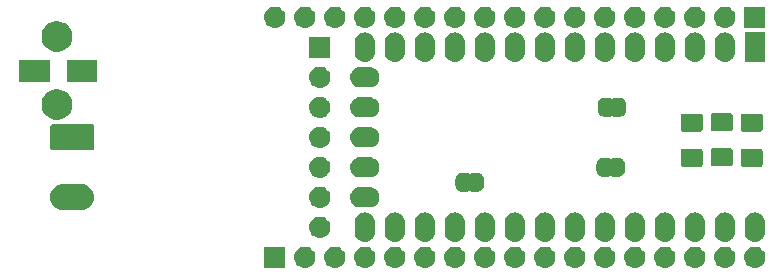
<source format=gbr>
G04 #@! TF.GenerationSoftware,KiCad,Pcbnew,(5.1.4)-1*
G04 #@! TF.CreationDate,2022-02-17T11:55:16+01:00*
G04 #@! TF.ProjectId,ItsyBitsy_BCU_Connector,49747379-4269-4747-9379-5f4243555f43,V01.00*
G04 #@! TF.SameCoordinates,Original*
G04 #@! TF.FileFunction,Soldermask,Top*
G04 #@! TF.FilePolarity,Negative*
%FSLAX46Y46*%
G04 Gerber Fmt 4.6, Leading zero omitted, Abs format (unit mm)*
G04 Created by KiCad (PCBNEW (5.1.4)-1) date 2022-02-17 11:55:16*
%MOMM*%
%LPD*%
G04 APERTURE LIST*
%ADD10C,0.100000*%
G04 APERTURE END LIST*
D10*
G36*
X166001000Y-92341000D02*
G01*
X164199000Y-92341000D01*
X164199000Y-90539000D01*
X166001000Y-90539000D01*
X166001000Y-92341000D01*
X166001000Y-92341000D01*
G37*
G36*
X188070443Y-90545519D02*
G01*
X188136627Y-90552037D01*
X188306466Y-90603557D01*
X188462991Y-90687222D01*
X188498729Y-90716552D01*
X188600186Y-90799814D01*
X188683448Y-90901271D01*
X188712778Y-90937009D01*
X188796443Y-91093534D01*
X188847963Y-91263373D01*
X188865359Y-91440000D01*
X188847963Y-91616627D01*
X188796443Y-91786466D01*
X188712778Y-91942991D01*
X188683448Y-91978729D01*
X188600186Y-92080186D01*
X188498729Y-92163448D01*
X188462991Y-92192778D01*
X188306466Y-92276443D01*
X188136627Y-92327963D01*
X188070443Y-92334481D01*
X188004260Y-92341000D01*
X187915740Y-92341000D01*
X187849557Y-92334481D01*
X187783373Y-92327963D01*
X187613534Y-92276443D01*
X187457009Y-92192778D01*
X187421271Y-92163448D01*
X187319814Y-92080186D01*
X187236552Y-91978729D01*
X187207222Y-91942991D01*
X187123557Y-91786466D01*
X187072037Y-91616627D01*
X187054641Y-91440000D01*
X187072037Y-91263373D01*
X187123557Y-91093534D01*
X187207222Y-90937009D01*
X187236552Y-90901271D01*
X187319814Y-90799814D01*
X187421271Y-90716552D01*
X187457009Y-90687222D01*
X187613534Y-90603557D01*
X187783373Y-90552037D01*
X187849558Y-90545518D01*
X187915740Y-90539000D01*
X188004260Y-90539000D01*
X188070443Y-90545519D01*
X188070443Y-90545519D01*
G37*
G36*
X200770443Y-90545519D02*
G01*
X200836627Y-90552037D01*
X201006466Y-90603557D01*
X201162991Y-90687222D01*
X201198729Y-90716552D01*
X201300186Y-90799814D01*
X201383448Y-90901271D01*
X201412778Y-90937009D01*
X201496443Y-91093534D01*
X201547963Y-91263373D01*
X201565359Y-91440000D01*
X201547963Y-91616627D01*
X201496443Y-91786466D01*
X201412778Y-91942991D01*
X201383448Y-91978729D01*
X201300186Y-92080186D01*
X201198729Y-92163448D01*
X201162991Y-92192778D01*
X201006466Y-92276443D01*
X200836627Y-92327963D01*
X200770443Y-92334481D01*
X200704260Y-92341000D01*
X200615740Y-92341000D01*
X200549557Y-92334481D01*
X200483373Y-92327963D01*
X200313534Y-92276443D01*
X200157009Y-92192778D01*
X200121271Y-92163448D01*
X200019814Y-92080186D01*
X199936552Y-91978729D01*
X199907222Y-91942991D01*
X199823557Y-91786466D01*
X199772037Y-91616627D01*
X199754641Y-91440000D01*
X199772037Y-91263373D01*
X199823557Y-91093534D01*
X199907222Y-90937009D01*
X199936552Y-90901271D01*
X200019814Y-90799814D01*
X200121271Y-90716552D01*
X200157009Y-90687222D01*
X200313534Y-90603557D01*
X200483373Y-90552037D01*
X200549558Y-90545518D01*
X200615740Y-90539000D01*
X200704260Y-90539000D01*
X200770443Y-90545519D01*
X200770443Y-90545519D01*
G37*
G36*
X205850443Y-90545519D02*
G01*
X205916627Y-90552037D01*
X206086466Y-90603557D01*
X206242991Y-90687222D01*
X206278729Y-90716552D01*
X206380186Y-90799814D01*
X206463448Y-90901271D01*
X206492778Y-90937009D01*
X206576443Y-91093534D01*
X206627963Y-91263373D01*
X206645359Y-91440000D01*
X206627963Y-91616627D01*
X206576443Y-91786466D01*
X206492778Y-91942991D01*
X206463448Y-91978729D01*
X206380186Y-92080186D01*
X206278729Y-92163448D01*
X206242991Y-92192778D01*
X206086466Y-92276443D01*
X205916627Y-92327963D01*
X205850443Y-92334481D01*
X205784260Y-92341000D01*
X205695740Y-92341000D01*
X205629557Y-92334481D01*
X205563373Y-92327963D01*
X205393534Y-92276443D01*
X205237009Y-92192778D01*
X205201271Y-92163448D01*
X205099814Y-92080186D01*
X205016552Y-91978729D01*
X204987222Y-91942991D01*
X204903557Y-91786466D01*
X204852037Y-91616627D01*
X204834641Y-91440000D01*
X204852037Y-91263373D01*
X204903557Y-91093534D01*
X204987222Y-90937009D01*
X205016552Y-90901271D01*
X205099814Y-90799814D01*
X205201271Y-90716552D01*
X205237009Y-90687222D01*
X205393534Y-90603557D01*
X205563373Y-90552037D01*
X205629558Y-90545518D01*
X205695740Y-90539000D01*
X205784260Y-90539000D01*
X205850443Y-90545519D01*
X205850443Y-90545519D01*
G37*
G36*
X198230443Y-90545519D02*
G01*
X198296627Y-90552037D01*
X198466466Y-90603557D01*
X198622991Y-90687222D01*
X198658729Y-90716552D01*
X198760186Y-90799814D01*
X198843448Y-90901271D01*
X198872778Y-90937009D01*
X198956443Y-91093534D01*
X199007963Y-91263373D01*
X199025359Y-91440000D01*
X199007963Y-91616627D01*
X198956443Y-91786466D01*
X198872778Y-91942991D01*
X198843448Y-91978729D01*
X198760186Y-92080186D01*
X198658729Y-92163448D01*
X198622991Y-92192778D01*
X198466466Y-92276443D01*
X198296627Y-92327963D01*
X198230443Y-92334481D01*
X198164260Y-92341000D01*
X198075740Y-92341000D01*
X198009557Y-92334481D01*
X197943373Y-92327963D01*
X197773534Y-92276443D01*
X197617009Y-92192778D01*
X197581271Y-92163448D01*
X197479814Y-92080186D01*
X197396552Y-91978729D01*
X197367222Y-91942991D01*
X197283557Y-91786466D01*
X197232037Y-91616627D01*
X197214641Y-91440000D01*
X197232037Y-91263373D01*
X197283557Y-91093534D01*
X197367222Y-90937009D01*
X197396552Y-90901271D01*
X197479814Y-90799814D01*
X197581271Y-90716552D01*
X197617009Y-90687222D01*
X197773534Y-90603557D01*
X197943373Y-90552037D01*
X198009558Y-90545518D01*
X198075740Y-90539000D01*
X198164260Y-90539000D01*
X198230443Y-90545519D01*
X198230443Y-90545519D01*
G37*
G36*
X195690443Y-90545519D02*
G01*
X195756627Y-90552037D01*
X195926466Y-90603557D01*
X196082991Y-90687222D01*
X196118729Y-90716552D01*
X196220186Y-90799814D01*
X196303448Y-90901271D01*
X196332778Y-90937009D01*
X196416443Y-91093534D01*
X196467963Y-91263373D01*
X196485359Y-91440000D01*
X196467963Y-91616627D01*
X196416443Y-91786466D01*
X196332778Y-91942991D01*
X196303448Y-91978729D01*
X196220186Y-92080186D01*
X196118729Y-92163448D01*
X196082991Y-92192778D01*
X195926466Y-92276443D01*
X195756627Y-92327963D01*
X195690443Y-92334481D01*
X195624260Y-92341000D01*
X195535740Y-92341000D01*
X195469557Y-92334481D01*
X195403373Y-92327963D01*
X195233534Y-92276443D01*
X195077009Y-92192778D01*
X195041271Y-92163448D01*
X194939814Y-92080186D01*
X194856552Y-91978729D01*
X194827222Y-91942991D01*
X194743557Y-91786466D01*
X194692037Y-91616627D01*
X194674641Y-91440000D01*
X194692037Y-91263373D01*
X194743557Y-91093534D01*
X194827222Y-90937009D01*
X194856552Y-90901271D01*
X194939814Y-90799814D01*
X195041271Y-90716552D01*
X195077009Y-90687222D01*
X195233534Y-90603557D01*
X195403373Y-90552037D01*
X195469558Y-90545518D01*
X195535740Y-90539000D01*
X195624260Y-90539000D01*
X195690443Y-90545519D01*
X195690443Y-90545519D01*
G37*
G36*
X193150443Y-90545519D02*
G01*
X193216627Y-90552037D01*
X193386466Y-90603557D01*
X193542991Y-90687222D01*
X193578729Y-90716552D01*
X193680186Y-90799814D01*
X193763448Y-90901271D01*
X193792778Y-90937009D01*
X193876443Y-91093534D01*
X193927963Y-91263373D01*
X193945359Y-91440000D01*
X193927963Y-91616627D01*
X193876443Y-91786466D01*
X193792778Y-91942991D01*
X193763448Y-91978729D01*
X193680186Y-92080186D01*
X193578729Y-92163448D01*
X193542991Y-92192778D01*
X193386466Y-92276443D01*
X193216627Y-92327963D01*
X193150443Y-92334481D01*
X193084260Y-92341000D01*
X192995740Y-92341000D01*
X192929557Y-92334481D01*
X192863373Y-92327963D01*
X192693534Y-92276443D01*
X192537009Y-92192778D01*
X192501271Y-92163448D01*
X192399814Y-92080186D01*
X192316552Y-91978729D01*
X192287222Y-91942991D01*
X192203557Y-91786466D01*
X192152037Y-91616627D01*
X192134641Y-91440000D01*
X192152037Y-91263373D01*
X192203557Y-91093534D01*
X192287222Y-90937009D01*
X192316552Y-90901271D01*
X192399814Y-90799814D01*
X192501271Y-90716552D01*
X192537009Y-90687222D01*
X192693534Y-90603557D01*
X192863373Y-90552037D01*
X192929558Y-90545518D01*
X192995740Y-90539000D01*
X193084260Y-90539000D01*
X193150443Y-90545519D01*
X193150443Y-90545519D01*
G37*
G36*
X190610443Y-90545519D02*
G01*
X190676627Y-90552037D01*
X190846466Y-90603557D01*
X191002991Y-90687222D01*
X191038729Y-90716552D01*
X191140186Y-90799814D01*
X191223448Y-90901271D01*
X191252778Y-90937009D01*
X191336443Y-91093534D01*
X191387963Y-91263373D01*
X191405359Y-91440000D01*
X191387963Y-91616627D01*
X191336443Y-91786466D01*
X191252778Y-91942991D01*
X191223448Y-91978729D01*
X191140186Y-92080186D01*
X191038729Y-92163448D01*
X191002991Y-92192778D01*
X190846466Y-92276443D01*
X190676627Y-92327963D01*
X190610443Y-92334481D01*
X190544260Y-92341000D01*
X190455740Y-92341000D01*
X190389557Y-92334481D01*
X190323373Y-92327963D01*
X190153534Y-92276443D01*
X189997009Y-92192778D01*
X189961271Y-92163448D01*
X189859814Y-92080186D01*
X189776552Y-91978729D01*
X189747222Y-91942991D01*
X189663557Y-91786466D01*
X189612037Y-91616627D01*
X189594641Y-91440000D01*
X189612037Y-91263373D01*
X189663557Y-91093534D01*
X189747222Y-90937009D01*
X189776552Y-90901271D01*
X189859814Y-90799814D01*
X189961271Y-90716552D01*
X189997009Y-90687222D01*
X190153534Y-90603557D01*
X190323373Y-90552037D01*
X190389558Y-90545518D01*
X190455740Y-90539000D01*
X190544260Y-90539000D01*
X190610443Y-90545519D01*
X190610443Y-90545519D01*
G37*
G36*
X203310443Y-90545519D02*
G01*
X203376627Y-90552037D01*
X203546466Y-90603557D01*
X203702991Y-90687222D01*
X203738729Y-90716552D01*
X203840186Y-90799814D01*
X203923448Y-90901271D01*
X203952778Y-90937009D01*
X204036443Y-91093534D01*
X204087963Y-91263373D01*
X204105359Y-91440000D01*
X204087963Y-91616627D01*
X204036443Y-91786466D01*
X203952778Y-91942991D01*
X203923448Y-91978729D01*
X203840186Y-92080186D01*
X203738729Y-92163448D01*
X203702991Y-92192778D01*
X203546466Y-92276443D01*
X203376627Y-92327963D01*
X203310443Y-92334481D01*
X203244260Y-92341000D01*
X203155740Y-92341000D01*
X203089557Y-92334481D01*
X203023373Y-92327963D01*
X202853534Y-92276443D01*
X202697009Y-92192778D01*
X202661271Y-92163448D01*
X202559814Y-92080186D01*
X202476552Y-91978729D01*
X202447222Y-91942991D01*
X202363557Y-91786466D01*
X202312037Y-91616627D01*
X202294641Y-91440000D01*
X202312037Y-91263373D01*
X202363557Y-91093534D01*
X202447222Y-90937009D01*
X202476552Y-90901271D01*
X202559814Y-90799814D01*
X202661271Y-90716552D01*
X202697009Y-90687222D01*
X202853534Y-90603557D01*
X203023373Y-90552037D01*
X203089558Y-90545518D01*
X203155740Y-90539000D01*
X203244260Y-90539000D01*
X203310443Y-90545519D01*
X203310443Y-90545519D01*
G37*
G36*
X182990443Y-90545519D02*
G01*
X183056627Y-90552037D01*
X183226466Y-90603557D01*
X183382991Y-90687222D01*
X183418729Y-90716552D01*
X183520186Y-90799814D01*
X183603448Y-90901271D01*
X183632778Y-90937009D01*
X183716443Y-91093534D01*
X183767963Y-91263373D01*
X183785359Y-91440000D01*
X183767963Y-91616627D01*
X183716443Y-91786466D01*
X183632778Y-91942991D01*
X183603448Y-91978729D01*
X183520186Y-92080186D01*
X183418729Y-92163448D01*
X183382991Y-92192778D01*
X183226466Y-92276443D01*
X183056627Y-92327963D01*
X182990443Y-92334481D01*
X182924260Y-92341000D01*
X182835740Y-92341000D01*
X182769557Y-92334481D01*
X182703373Y-92327963D01*
X182533534Y-92276443D01*
X182377009Y-92192778D01*
X182341271Y-92163448D01*
X182239814Y-92080186D01*
X182156552Y-91978729D01*
X182127222Y-91942991D01*
X182043557Y-91786466D01*
X181992037Y-91616627D01*
X181974641Y-91440000D01*
X181992037Y-91263373D01*
X182043557Y-91093534D01*
X182127222Y-90937009D01*
X182156552Y-90901271D01*
X182239814Y-90799814D01*
X182341271Y-90716552D01*
X182377009Y-90687222D01*
X182533534Y-90603557D01*
X182703373Y-90552037D01*
X182769558Y-90545518D01*
X182835740Y-90539000D01*
X182924260Y-90539000D01*
X182990443Y-90545519D01*
X182990443Y-90545519D01*
G37*
G36*
X180450443Y-90545519D02*
G01*
X180516627Y-90552037D01*
X180686466Y-90603557D01*
X180842991Y-90687222D01*
X180878729Y-90716552D01*
X180980186Y-90799814D01*
X181063448Y-90901271D01*
X181092778Y-90937009D01*
X181176443Y-91093534D01*
X181227963Y-91263373D01*
X181245359Y-91440000D01*
X181227963Y-91616627D01*
X181176443Y-91786466D01*
X181092778Y-91942991D01*
X181063448Y-91978729D01*
X180980186Y-92080186D01*
X180878729Y-92163448D01*
X180842991Y-92192778D01*
X180686466Y-92276443D01*
X180516627Y-92327963D01*
X180450443Y-92334481D01*
X180384260Y-92341000D01*
X180295740Y-92341000D01*
X180229557Y-92334481D01*
X180163373Y-92327963D01*
X179993534Y-92276443D01*
X179837009Y-92192778D01*
X179801271Y-92163448D01*
X179699814Y-92080186D01*
X179616552Y-91978729D01*
X179587222Y-91942991D01*
X179503557Y-91786466D01*
X179452037Y-91616627D01*
X179434641Y-91440000D01*
X179452037Y-91263373D01*
X179503557Y-91093534D01*
X179587222Y-90937009D01*
X179616552Y-90901271D01*
X179699814Y-90799814D01*
X179801271Y-90716552D01*
X179837009Y-90687222D01*
X179993534Y-90603557D01*
X180163373Y-90552037D01*
X180229558Y-90545518D01*
X180295740Y-90539000D01*
X180384260Y-90539000D01*
X180450443Y-90545519D01*
X180450443Y-90545519D01*
G37*
G36*
X177910443Y-90545519D02*
G01*
X177976627Y-90552037D01*
X178146466Y-90603557D01*
X178302991Y-90687222D01*
X178338729Y-90716552D01*
X178440186Y-90799814D01*
X178523448Y-90901271D01*
X178552778Y-90937009D01*
X178636443Y-91093534D01*
X178687963Y-91263373D01*
X178705359Y-91440000D01*
X178687963Y-91616627D01*
X178636443Y-91786466D01*
X178552778Y-91942991D01*
X178523448Y-91978729D01*
X178440186Y-92080186D01*
X178338729Y-92163448D01*
X178302991Y-92192778D01*
X178146466Y-92276443D01*
X177976627Y-92327963D01*
X177910443Y-92334481D01*
X177844260Y-92341000D01*
X177755740Y-92341000D01*
X177689557Y-92334481D01*
X177623373Y-92327963D01*
X177453534Y-92276443D01*
X177297009Y-92192778D01*
X177261271Y-92163448D01*
X177159814Y-92080186D01*
X177076552Y-91978729D01*
X177047222Y-91942991D01*
X176963557Y-91786466D01*
X176912037Y-91616627D01*
X176894641Y-91440000D01*
X176912037Y-91263373D01*
X176963557Y-91093534D01*
X177047222Y-90937009D01*
X177076552Y-90901271D01*
X177159814Y-90799814D01*
X177261271Y-90716552D01*
X177297009Y-90687222D01*
X177453534Y-90603557D01*
X177623373Y-90552037D01*
X177689558Y-90545518D01*
X177755740Y-90539000D01*
X177844260Y-90539000D01*
X177910443Y-90545519D01*
X177910443Y-90545519D01*
G37*
G36*
X175370443Y-90545519D02*
G01*
X175436627Y-90552037D01*
X175606466Y-90603557D01*
X175762991Y-90687222D01*
X175798729Y-90716552D01*
X175900186Y-90799814D01*
X175983448Y-90901271D01*
X176012778Y-90937009D01*
X176096443Y-91093534D01*
X176147963Y-91263373D01*
X176165359Y-91440000D01*
X176147963Y-91616627D01*
X176096443Y-91786466D01*
X176012778Y-91942991D01*
X175983448Y-91978729D01*
X175900186Y-92080186D01*
X175798729Y-92163448D01*
X175762991Y-92192778D01*
X175606466Y-92276443D01*
X175436627Y-92327963D01*
X175370443Y-92334481D01*
X175304260Y-92341000D01*
X175215740Y-92341000D01*
X175149557Y-92334481D01*
X175083373Y-92327963D01*
X174913534Y-92276443D01*
X174757009Y-92192778D01*
X174721271Y-92163448D01*
X174619814Y-92080186D01*
X174536552Y-91978729D01*
X174507222Y-91942991D01*
X174423557Y-91786466D01*
X174372037Y-91616627D01*
X174354641Y-91440000D01*
X174372037Y-91263373D01*
X174423557Y-91093534D01*
X174507222Y-90937009D01*
X174536552Y-90901271D01*
X174619814Y-90799814D01*
X174721271Y-90716552D01*
X174757009Y-90687222D01*
X174913534Y-90603557D01*
X175083373Y-90552037D01*
X175149558Y-90545518D01*
X175215740Y-90539000D01*
X175304260Y-90539000D01*
X175370443Y-90545519D01*
X175370443Y-90545519D01*
G37*
G36*
X172830443Y-90545519D02*
G01*
X172896627Y-90552037D01*
X173066466Y-90603557D01*
X173222991Y-90687222D01*
X173258729Y-90716552D01*
X173360186Y-90799814D01*
X173443448Y-90901271D01*
X173472778Y-90937009D01*
X173556443Y-91093534D01*
X173607963Y-91263373D01*
X173625359Y-91440000D01*
X173607963Y-91616627D01*
X173556443Y-91786466D01*
X173472778Y-91942991D01*
X173443448Y-91978729D01*
X173360186Y-92080186D01*
X173258729Y-92163448D01*
X173222991Y-92192778D01*
X173066466Y-92276443D01*
X172896627Y-92327963D01*
X172830443Y-92334481D01*
X172764260Y-92341000D01*
X172675740Y-92341000D01*
X172609557Y-92334481D01*
X172543373Y-92327963D01*
X172373534Y-92276443D01*
X172217009Y-92192778D01*
X172181271Y-92163448D01*
X172079814Y-92080186D01*
X171996552Y-91978729D01*
X171967222Y-91942991D01*
X171883557Y-91786466D01*
X171832037Y-91616627D01*
X171814641Y-91440000D01*
X171832037Y-91263373D01*
X171883557Y-91093534D01*
X171967222Y-90937009D01*
X171996552Y-90901271D01*
X172079814Y-90799814D01*
X172181271Y-90716552D01*
X172217009Y-90687222D01*
X172373534Y-90603557D01*
X172543373Y-90552037D01*
X172609558Y-90545518D01*
X172675740Y-90539000D01*
X172764260Y-90539000D01*
X172830443Y-90545519D01*
X172830443Y-90545519D01*
G37*
G36*
X170290443Y-90545519D02*
G01*
X170356627Y-90552037D01*
X170526466Y-90603557D01*
X170682991Y-90687222D01*
X170718729Y-90716552D01*
X170820186Y-90799814D01*
X170903448Y-90901271D01*
X170932778Y-90937009D01*
X171016443Y-91093534D01*
X171067963Y-91263373D01*
X171085359Y-91440000D01*
X171067963Y-91616627D01*
X171016443Y-91786466D01*
X170932778Y-91942991D01*
X170903448Y-91978729D01*
X170820186Y-92080186D01*
X170718729Y-92163448D01*
X170682991Y-92192778D01*
X170526466Y-92276443D01*
X170356627Y-92327963D01*
X170290443Y-92334481D01*
X170224260Y-92341000D01*
X170135740Y-92341000D01*
X170069557Y-92334481D01*
X170003373Y-92327963D01*
X169833534Y-92276443D01*
X169677009Y-92192778D01*
X169641271Y-92163448D01*
X169539814Y-92080186D01*
X169456552Y-91978729D01*
X169427222Y-91942991D01*
X169343557Y-91786466D01*
X169292037Y-91616627D01*
X169274641Y-91440000D01*
X169292037Y-91263373D01*
X169343557Y-91093534D01*
X169427222Y-90937009D01*
X169456552Y-90901271D01*
X169539814Y-90799814D01*
X169641271Y-90716552D01*
X169677009Y-90687222D01*
X169833534Y-90603557D01*
X170003373Y-90552037D01*
X170069558Y-90545518D01*
X170135740Y-90539000D01*
X170224260Y-90539000D01*
X170290443Y-90545519D01*
X170290443Y-90545519D01*
G37*
G36*
X167750443Y-90545519D02*
G01*
X167816627Y-90552037D01*
X167986466Y-90603557D01*
X168142991Y-90687222D01*
X168178729Y-90716552D01*
X168280186Y-90799814D01*
X168363448Y-90901271D01*
X168392778Y-90937009D01*
X168476443Y-91093534D01*
X168527963Y-91263373D01*
X168545359Y-91440000D01*
X168527963Y-91616627D01*
X168476443Y-91786466D01*
X168392778Y-91942991D01*
X168363448Y-91978729D01*
X168280186Y-92080186D01*
X168178729Y-92163448D01*
X168142991Y-92192778D01*
X167986466Y-92276443D01*
X167816627Y-92327963D01*
X167750443Y-92334481D01*
X167684260Y-92341000D01*
X167595740Y-92341000D01*
X167529557Y-92334481D01*
X167463373Y-92327963D01*
X167293534Y-92276443D01*
X167137009Y-92192778D01*
X167101271Y-92163448D01*
X166999814Y-92080186D01*
X166916552Y-91978729D01*
X166887222Y-91942991D01*
X166803557Y-91786466D01*
X166752037Y-91616627D01*
X166734641Y-91440000D01*
X166752037Y-91263373D01*
X166803557Y-91093534D01*
X166887222Y-90937009D01*
X166916552Y-90901271D01*
X166999814Y-90799814D01*
X167101271Y-90716552D01*
X167137009Y-90687222D01*
X167293534Y-90603557D01*
X167463373Y-90552037D01*
X167529558Y-90545518D01*
X167595740Y-90539000D01*
X167684260Y-90539000D01*
X167750443Y-90545519D01*
X167750443Y-90545519D01*
G37*
G36*
X185530443Y-90545519D02*
G01*
X185596627Y-90552037D01*
X185766466Y-90603557D01*
X185922991Y-90687222D01*
X185958729Y-90716552D01*
X186060186Y-90799814D01*
X186143448Y-90901271D01*
X186172778Y-90937009D01*
X186256443Y-91093534D01*
X186307963Y-91263373D01*
X186325359Y-91440000D01*
X186307963Y-91616627D01*
X186256443Y-91786466D01*
X186172778Y-91942991D01*
X186143448Y-91978729D01*
X186060186Y-92080186D01*
X185958729Y-92163448D01*
X185922991Y-92192778D01*
X185766466Y-92276443D01*
X185596627Y-92327963D01*
X185530443Y-92334481D01*
X185464260Y-92341000D01*
X185375740Y-92341000D01*
X185309557Y-92334481D01*
X185243373Y-92327963D01*
X185073534Y-92276443D01*
X184917009Y-92192778D01*
X184881271Y-92163448D01*
X184779814Y-92080186D01*
X184696552Y-91978729D01*
X184667222Y-91942991D01*
X184583557Y-91786466D01*
X184532037Y-91616627D01*
X184514641Y-91440000D01*
X184532037Y-91263373D01*
X184583557Y-91093534D01*
X184667222Y-90937009D01*
X184696552Y-90901271D01*
X184779814Y-90799814D01*
X184881271Y-90716552D01*
X184917009Y-90687222D01*
X185073534Y-90603557D01*
X185243373Y-90552037D01*
X185309558Y-90545518D01*
X185375740Y-90539000D01*
X185464260Y-90539000D01*
X185530443Y-90545519D01*
X185530443Y-90545519D01*
G37*
G36*
X180506823Y-87661313D02*
G01*
X180667242Y-87709976D01*
X180799906Y-87780886D01*
X180815078Y-87788996D01*
X180944659Y-87895341D01*
X181051004Y-88024922D01*
X181051005Y-88024924D01*
X181130024Y-88172758D01*
X181178687Y-88333178D01*
X181191000Y-88458197D01*
X181191000Y-89341804D01*
X181178687Y-89466823D01*
X181130024Y-89627242D01*
X181116374Y-89652779D01*
X181051004Y-89775078D01*
X181040429Y-89787963D01*
X180944659Y-89904659D01*
X180815077Y-90011005D01*
X180667241Y-90090024D01*
X180506822Y-90138687D01*
X180340000Y-90155117D01*
X180173177Y-90138687D01*
X180012758Y-90090024D01*
X179864924Y-90011005D01*
X179864922Y-90011004D01*
X179735341Y-89904659D01*
X179650270Y-89801000D01*
X179628995Y-89775077D01*
X179549976Y-89627241D01*
X179501313Y-89466822D01*
X179489000Y-89341803D01*
X179489000Y-88458197D01*
X179501314Y-88333177D01*
X179549977Y-88172758D01*
X179628996Y-88024924D01*
X179628997Y-88024922D01*
X179735342Y-87895341D01*
X179864923Y-87788996D01*
X179880095Y-87780886D01*
X180012759Y-87709976D01*
X180173178Y-87661313D01*
X180340000Y-87644883D01*
X180506823Y-87661313D01*
X180506823Y-87661313D01*
G37*
G36*
X177966823Y-87661313D02*
G01*
X178127242Y-87709976D01*
X178259906Y-87780886D01*
X178275078Y-87788996D01*
X178404659Y-87895341D01*
X178511004Y-88024922D01*
X178511005Y-88024924D01*
X178590024Y-88172758D01*
X178638687Y-88333178D01*
X178651000Y-88458197D01*
X178651000Y-89341804D01*
X178638687Y-89466823D01*
X178590024Y-89627242D01*
X178576374Y-89652779D01*
X178511004Y-89775078D01*
X178500429Y-89787963D01*
X178404659Y-89904659D01*
X178275077Y-90011005D01*
X178127241Y-90090024D01*
X177966822Y-90138687D01*
X177800000Y-90155117D01*
X177633177Y-90138687D01*
X177472758Y-90090024D01*
X177324924Y-90011005D01*
X177324922Y-90011004D01*
X177195341Y-89904659D01*
X177110270Y-89801000D01*
X177088995Y-89775077D01*
X177009976Y-89627241D01*
X176961313Y-89466822D01*
X176949000Y-89341803D01*
X176949000Y-88458197D01*
X176961314Y-88333177D01*
X177009977Y-88172758D01*
X177088996Y-88024924D01*
X177088997Y-88024922D01*
X177195342Y-87895341D01*
X177324923Y-87788996D01*
X177340095Y-87780886D01*
X177472759Y-87709976D01*
X177633178Y-87661313D01*
X177800000Y-87644883D01*
X177966823Y-87661313D01*
X177966823Y-87661313D01*
G37*
G36*
X183046823Y-87661313D02*
G01*
X183207242Y-87709976D01*
X183339906Y-87780886D01*
X183355078Y-87788996D01*
X183484659Y-87895341D01*
X183591004Y-88024922D01*
X183591005Y-88024924D01*
X183670024Y-88172758D01*
X183718687Y-88333178D01*
X183731000Y-88458197D01*
X183731000Y-89341804D01*
X183718687Y-89466823D01*
X183670024Y-89627242D01*
X183656374Y-89652779D01*
X183591004Y-89775078D01*
X183580429Y-89787963D01*
X183484659Y-89904659D01*
X183355077Y-90011005D01*
X183207241Y-90090024D01*
X183046822Y-90138687D01*
X182880000Y-90155117D01*
X182713177Y-90138687D01*
X182552758Y-90090024D01*
X182404924Y-90011005D01*
X182404922Y-90011004D01*
X182275341Y-89904659D01*
X182190270Y-89801000D01*
X182168995Y-89775077D01*
X182089976Y-89627241D01*
X182041313Y-89466822D01*
X182029000Y-89341803D01*
X182029000Y-88458197D01*
X182041314Y-88333177D01*
X182089977Y-88172758D01*
X182168996Y-88024924D01*
X182168997Y-88024922D01*
X182275342Y-87895341D01*
X182404923Y-87788996D01*
X182420095Y-87780886D01*
X182552759Y-87709976D01*
X182713178Y-87661313D01*
X182880000Y-87644883D01*
X183046823Y-87661313D01*
X183046823Y-87661313D01*
G37*
G36*
X172886823Y-87661313D02*
G01*
X173047242Y-87709976D01*
X173179906Y-87780886D01*
X173195078Y-87788996D01*
X173324659Y-87895341D01*
X173431004Y-88024922D01*
X173431005Y-88024924D01*
X173510024Y-88172758D01*
X173558687Y-88333178D01*
X173571000Y-88458197D01*
X173571000Y-89341804D01*
X173558687Y-89466823D01*
X173510024Y-89627242D01*
X173496374Y-89652779D01*
X173431004Y-89775078D01*
X173420429Y-89787963D01*
X173324659Y-89904659D01*
X173195077Y-90011005D01*
X173047241Y-90090024D01*
X172886822Y-90138687D01*
X172720000Y-90155117D01*
X172553177Y-90138687D01*
X172392758Y-90090024D01*
X172244924Y-90011005D01*
X172244922Y-90011004D01*
X172115341Y-89904659D01*
X172030270Y-89801000D01*
X172008995Y-89775077D01*
X171929976Y-89627241D01*
X171881313Y-89466822D01*
X171869000Y-89341803D01*
X171869000Y-88458197D01*
X171881314Y-88333177D01*
X171929977Y-88172758D01*
X172008996Y-88024924D01*
X172008997Y-88024922D01*
X172115342Y-87895341D01*
X172244923Y-87788996D01*
X172260095Y-87780886D01*
X172392759Y-87709976D01*
X172553178Y-87661313D01*
X172720000Y-87644883D01*
X172886823Y-87661313D01*
X172886823Y-87661313D01*
G37*
G36*
X175426823Y-87661313D02*
G01*
X175587242Y-87709976D01*
X175719906Y-87780886D01*
X175735078Y-87788996D01*
X175864659Y-87895341D01*
X175971004Y-88024922D01*
X175971005Y-88024924D01*
X176050024Y-88172758D01*
X176098687Y-88333178D01*
X176111000Y-88458197D01*
X176111000Y-89341804D01*
X176098687Y-89466823D01*
X176050024Y-89627242D01*
X176036374Y-89652779D01*
X175971004Y-89775078D01*
X175960429Y-89787963D01*
X175864659Y-89904659D01*
X175735077Y-90011005D01*
X175587241Y-90090024D01*
X175426822Y-90138687D01*
X175260000Y-90155117D01*
X175093177Y-90138687D01*
X174932758Y-90090024D01*
X174784924Y-90011005D01*
X174784922Y-90011004D01*
X174655341Y-89904659D01*
X174570270Y-89801000D01*
X174548995Y-89775077D01*
X174469976Y-89627241D01*
X174421313Y-89466822D01*
X174409000Y-89341803D01*
X174409000Y-88458197D01*
X174421314Y-88333177D01*
X174469977Y-88172758D01*
X174548996Y-88024924D01*
X174548997Y-88024922D01*
X174655342Y-87895341D01*
X174784923Y-87788996D01*
X174800095Y-87780886D01*
X174932759Y-87709976D01*
X175093178Y-87661313D01*
X175260000Y-87644883D01*
X175426823Y-87661313D01*
X175426823Y-87661313D01*
G37*
G36*
X205906823Y-87661313D02*
G01*
X206067242Y-87709976D01*
X206199906Y-87780886D01*
X206215078Y-87788996D01*
X206344659Y-87895341D01*
X206451004Y-88024922D01*
X206451005Y-88024924D01*
X206530024Y-88172758D01*
X206578687Y-88333178D01*
X206591000Y-88458197D01*
X206591000Y-89341804D01*
X206578687Y-89466823D01*
X206530024Y-89627242D01*
X206516374Y-89652779D01*
X206451004Y-89775078D01*
X206440429Y-89787963D01*
X206344659Y-89904659D01*
X206215077Y-90011005D01*
X206067241Y-90090024D01*
X205906822Y-90138687D01*
X205740000Y-90155117D01*
X205573177Y-90138687D01*
X205412758Y-90090024D01*
X205264924Y-90011005D01*
X205264922Y-90011004D01*
X205135341Y-89904659D01*
X205050270Y-89801000D01*
X205028995Y-89775077D01*
X204949976Y-89627241D01*
X204901313Y-89466822D01*
X204889000Y-89341803D01*
X204889000Y-88458197D01*
X204901314Y-88333177D01*
X204949977Y-88172758D01*
X205028996Y-88024924D01*
X205028997Y-88024922D01*
X205135342Y-87895341D01*
X205264923Y-87788996D01*
X205280095Y-87780886D01*
X205412759Y-87709976D01*
X205573178Y-87661313D01*
X205740000Y-87644883D01*
X205906823Y-87661313D01*
X205906823Y-87661313D01*
G37*
G36*
X203366823Y-87661313D02*
G01*
X203527242Y-87709976D01*
X203659906Y-87780886D01*
X203675078Y-87788996D01*
X203804659Y-87895341D01*
X203911004Y-88024922D01*
X203911005Y-88024924D01*
X203990024Y-88172758D01*
X204038687Y-88333178D01*
X204051000Y-88458197D01*
X204051000Y-89341804D01*
X204038687Y-89466823D01*
X203990024Y-89627242D01*
X203976374Y-89652779D01*
X203911004Y-89775078D01*
X203900429Y-89787963D01*
X203804659Y-89904659D01*
X203675077Y-90011005D01*
X203527241Y-90090024D01*
X203366822Y-90138687D01*
X203200000Y-90155117D01*
X203033177Y-90138687D01*
X202872758Y-90090024D01*
X202724924Y-90011005D01*
X202724922Y-90011004D01*
X202595341Y-89904659D01*
X202510270Y-89801000D01*
X202488995Y-89775077D01*
X202409976Y-89627241D01*
X202361313Y-89466822D01*
X202349000Y-89341803D01*
X202349000Y-88458197D01*
X202361314Y-88333177D01*
X202409977Y-88172758D01*
X202488996Y-88024924D01*
X202488997Y-88024922D01*
X202595342Y-87895341D01*
X202724923Y-87788996D01*
X202740095Y-87780886D01*
X202872759Y-87709976D01*
X203033178Y-87661313D01*
X203200000Y-87644883D01*
X203366823Y-87661313D01*
X203366823Y-87661313D01*
G37*
G36*
X198286823Y-87661313D02*
G01*
X198447242Y-87709976D01*
X198579906Y-87780886D01*
X198595078Y-87788996D01*
X198724659Y-87895341D01*
X198831004Y-88024922D01*
X198831005Y-88024924D01*
X198910024Y-88172758D01*
X198958687Y-88333178D01*
X198971000Y-88458197D01*
X198971000Y-89341804D01*
X198958687Y-89466823D01*
X198910024Y-89627242D01*
X198896374Y-89652779D01*
X198831004Y-89775078D01*
X198820429Y-89787963D01*
X198724659Y-89904659D01*
X198595077Y-90011005D01*
X198447241Y-90090024D01*
X198286822Y-90138687D01*
X198120000Y-90155117D01*
X197953177Y-90138687D01*
X197792758Y-90090024D01*
X197644924Y-90011005D01*
X197644922Y-90011004D01*
X197515341Y-89904659D01*
X197430270Y-89801000D01*
X197408995Y-89775077D01*
X197329976Y-89627241D01*
X197281313Y-89466822D01*
X197269000Y-89341803D01*
X197269000Y-88458197D01*
X197281314Y-88333177D01*
X197329977Y-88172758D01*
X197408996Y-88024924D01*
X197408997Y-88024922D01*
X197515342Y-87895341D01*
X197644923Y-87788996D01*
X197660095Y-87780886D01*
X197792759Y-87709976D01*
X197953178Y-87661313D01*
X198120000Y-87644883D01*
X198286823Y-87661313D01*
X198286823Y-87661313D01*
G37*
G36*
X195746823Y-87661313D02*
G01*
X195907242Y-87709976D01*
X196039906Y-87780886D01*
X196055078Y-87788996D01*
X196184659Y-87895341D01*
X196291004Y-88024922D01*
X196291005Y-88024924D01*
X196370024Y-88172758D01*
X196418687Y-88333178D01*
X196431000Y-88458197D01*
X196431000Y-89341804D01*
X196418687Y-89466823D01*
X196370024Y-89627242D01*
X196356374Y-89652779D01*
X196291004Y-89775078D01*
X196280429Y-89787963D01*
X196184659Y-89904659D01*
X196055077Y-90011005D01*
X195907241Y-90090024D01*
X195746822Y-90138687D01*
X195580000Y-90155117D01*
X195413177Y-90138687D01*
X195252758Y-90090024D01*
X195104924Y-90011005D01*
X195104922Y-90011004D01*
X194975341Y-89904659D01*
X194890270Y-89801000D01*
X194868995Y-89775077D01*
X194789976Y-89627241D01*
X194741313Y-89466822D01*
X194729000Y-89341803D01*
X194729000Y-88458197D01*
X194741314Y-88333177D01*
X194789977Y-88172758D01*
X194868996Y-88024924D01*
X194868997Y-88024922D01*
X194975342Y-87895341D01*
X195104923Y-87788996D01*
X195120095Y-87780886D01*
X195252759Y-87709976D01*
X195413178Y-87661313D01*
X195580000Y-87644883D01*
X195746823Y-87661313D01*
X195746823Y-87661313D01*
G37*
G36*
X193206823Y-87661313D02*
G01*
X193367242Y-87709976D01*
X193499906Y-87780886D01*
X193515078Y-87788996D01*
X193644659Y-87895341D01*
X193751004Y-88024922D01*
X193751005Y-88024924D01*
X193830024Y-88172758D01*
X193878687Y-88333178D01*
X193891000Y-88458197D01*
X193891000Y-89341804D01*
X193878687Y-89466823D01*
X193830024Y-89627242D01*
X193816374Y-89652779D01*
X193751004Y-89775078D01*
X193740429Y-89787963D01*
X193644659Y-89904659D01*
X193515077Y-90011005D01*
X193367241Y-90090024D01*
X193206822Y-90138687D01*
X193040000Y-90155117D01*
X192873177Y-90138687D01*
X192712758Y-90090024D01*
X192564924Y-90011005D01*
X192564922Y-90011004D01*
X192435341Y-89904659D01*
X192350270Y-89801000D01*
X192328995Y-89775077D01*
X192249976Y-89627241D01*
X192201313Y-89466822D01*
X192189000Y-89341803D01*
X192189000Y-88458197D01*
X192201314Y-88333177D01*
X192249977Y-88172758D01*
X192328996Y-88024924D01*
X192328997Y-88024922D01*
X192435342Y-87895341D01*
X192564923Y-87788996D01*
X192580095Y-87780886D01*
X192712759Y-87709976D01*
X192873178Y-87661313D01*
X193040000Y-87644883D01*
X193206823Y-87661313D01*
X193206823Y-87661313D01*
G37*
G36*
X190666823Y-87661313D02*
G01*
X190827242Y-87709976D01*
X190959906Y-87780886D01*
X190975078Y-87788996D01*
X191104659Y-87895341D01*
X191211004Y-88024922D01*
X191211005Y-88024924D01*
X191290024Y-88172758D01*
X191338687Y-88333178D01*
X191351000Y-88458197D01*
X191351000Y-89341804D01*
X191338687Y-89466823D01*
X191290024Y-89627242D01*
X191276374Y-89652779D01*
X191211004Y-89775078D01*
X191200429Y-89787963D01*
X191104659Y-89904659D01*
X190975077Y-90011005D01*
X190827241Y-90090024D01*
X190666822Y-90138687D01*
X190500000Y-90155117D01*
X190333177Y-90138687D01*
X190172758Y-90090024D01*
X190024924Y-90011005D01*
X190024922Y-90011004D01*
X189895341Y-89904659D01*
X189810270Y-89801000D01*
X189788995Y-89775077D01*
X189709976Y-89627241D01*
X189661313Y-89466822D01*
X189649000Y-89341803D01*
X189649000Y-88458197D01*
X189661314Y-88333177D01*
X189709977Y-88172758D01*
X189788996Y-88024924D01*
X189788997Y-88024922D01*
X189895342Y-87895341D01*
X190024923Y-87788996D01*
X190040095Y-87780886D01*
X190172759Y-87709976D01*
X190333178Y-87661313D01*
X190500000Y-87644883D01*
X190666823Y-87661313D01*
X190666823Y-87661313D01*
G37*
G36*
X188126823Y-87661313D02*
G01*
X188287242Y-87709976D01*
X188419906Y-87780886D01*
X188435078Y-87788996D01*
X188564659Y-87895341D01*
X188671004Y-88024922D01*
X188671005Y-88024924D01*
X188750024Y-88172758D01*
X188798687Y-88333178D01*
X188811000Y-88458197D01*
X188811000Y-89341804D01*
X188798687Y-89466823D01*
X188750024Y-89627242D01*
X188736374Y-89652779D01*
X188671004Y-89775078D01*
X188660429Y-89787963D01*
X188564659Y-89904659D01*
X188435077Y-90011005D01*
X188287241Y-90090024D01*
X188126822Y-90138687D01*
X187960000Y-90155117D01*
X187793177Y-90138687D01*
X187632758Y-90090024D01*
X187484924Y-90011005D01*
X187484922Y-90011004D01*
X187355341Y-89904659D01*
X187270270Y-89801000D01*
X187248995Y-89775077D01*
X187169976Y-89627241D01*
X187121313Y-89466822D01*
X187109000Y-89341803D01*
X187109000Y-88458197D01*
X187121314Y-88333177D01*
X187169977Y-88172758D01*
X187248996Y-88024924D01*
X187248997Y-88024922D01*
X187355342Y-87895341D01*
X187484923Y-87788996D01*
X187500095Y-87780886D01*
X187632759Y-87709976D01*
X187793178Y-87661313D01*
X187960000Y-87644883D01*
X188126823Y-87661313D01*
X188126823Y-87661313D01*
G37*
G36*
X185586823Y-87661313D02*
G01*
X185747242Y-87709976D01*
X185879906Y-87780886D01*
X185895078Y-87788996D01*
X186024659Y-87895341D01*
X186131004Y-88024922D01*
X186131005Y-88024924D01*
X186210024Y-88172758D01*
X186258687Y-88333178D01*
X186271000Y-88458197D01*
X186271000Y-89341804D01*
X186258687Y-89466823D01*
X186210024Y-89627242D01*
X186196374Y-89652779D01*
X186131004Y-89775078D01*
X186120429Y-89787963D01*
X186024659Y-89904659D01*
X185895077Y-90011005D01*
X185747241Y-90090024D01*
X185586822Y-90138687D01*
X185420000Y-90155117D01*
X185253177Y-90138687D01*
X185092758Y-90090024D01*
X184944924Y-90011005D01*
X184944922Y-90011004D01*
X184815341Y-89904659D01*
X184730270Y-89801000D01*
X184708995Y-89775077D01*
X184629976Y-89627241D01*
X184581313Y-89466822D01*
X184569000Y-89341803D01*
X184569000Y-88458197D01*
X184581314Y-88333177D01*
X184629977Y-88172758D01*
X184708996Y-88024924D01*
X184708997Y-88024922D01*
X184815342Y-87895341D01*
X184944923Y-87788996D01*
X184960095Y-87780886D01*
X185092759Y-87709976D01*
X185253178Y-87661313D01*
X185420000Y-87644883D01*
X185586823Y-87661313D01*
X185586823Y-87661313D01*
G37*
G36*
X200826823Y-87661313D02*
G01*
X200987242Y-87709976D01*
X201119906Y-87780886D01*
X201135078Y-87788996D01*
X201264659Y-87895341D01*
X201371004Y-88024922D01*
X201371005Y-88024924D01*
X201450024Y-88172758D01*
X201498687Y-88333178D01*
X201511000Y-88458197D01*
X201511000Y-89341804D01*
X201498687Y-89466823D01*
X201450024Y-89627242D01*
X201436374Y-89652779D01*
X201371004Y-89775078D01*
X201360429Y-89787963D01*
X201264659Y-89904659D01*
X201135077Y-90011005D01*
X200987241Y-90090024D01*
X200826822Y-90138687D01*
X200660000Y-90155117D01*
X200493177Y-90138687D01*
X200332758Y-90090024D01*
X200184924Y-90011005D01*
X200184922Y-90011004D01*
X200055341Y-89904659D01*
X199970270Y-89801000D01*
X199948995Y-89775077D01*
X199869976Y-89627241D01*
X199821313Y-89466822D01*
X199809000Y-89341803D01*
X199809000Y-88458197D01*
X199821314Y-88333177D01*
X199869977Y-88172758D01*
X199948996Y-88024924D01*
X199948997Y-88024922D01*
X200055342Y-87895341D01*
X200184923Y-87788996D01*
X200200095Y-87780886D01*
X200332759Y-87709976D01*
X200493178Y-87661313D01*
X200660000Y-87644883D01*
X200826823Y-87661313D01*
X200826823Y-87661313D01*
G37*
G36*
X169020443Y-88005519D02*
G01*
X169086627Y-88012037D01*
X169256466Y-88063557D01*
X169412991Y-88147222D01*
X169444106Y-88172758D01*
X169550186Y-88259814D01*
X169610393Y-88333178D01*
X169662778Y-88397009D01*
X169746443Y-88553534D01*
X169797963Y-88723373D01*
X169815359Y-88900000D01*
X169797963Y-89076627D01*
X169746443Y-89246466D01*
X169662778Y-89402991D01*
X169633448Y-89438729D01*
X169550186Y-89540186D01*
X169448729Y-89623448D01*
X169412991Y-89652778D01*
X169256466Y-89736443D01*
X169086627Y-89787963D01*
X169020443Y-89794481D01*
X168954260Y-89801000D01*
X168865740Y-89801000D01*
X168799557Y-89794481D01*
X168733373Y-89787963D01*
X168563534Y-89736443D01*
X168407009Y-89652778D01*
X168371271Y-89623448D01*
X168269814Y-89540186D01*
X168186552Y-89438729D01*
X168157222Y-89402991D01*
X168073557Y-89246466D01*
X168022037Y-89076627D01*
X168004641Y-88900000D01*
X168022037Y-88723373D01*
X168073557Y-88553534D01*
X168157222Y-88397009D01*
X168209607Y-88333178D01*
X168269814Y-88259814D01*
X168375894Y-88172758D01*
X168407009Y-88147222D01*
X168563534Y-88063557D01*
X168733373Y-88012037D01*
X168799557Y-88005519D01*
X168865740Y-87999000D01*
X168954260Y-87999000D01*
X169020443Y-88005519D01*
X169020443Y-88005519D01*
G37*
G36*
X148928871Y-85284786D02*
G01*
X149134530Y-85347172D01*
X149324055Y-85448475D01*
X149324058Y-85448477D01*
X149324059Y-85448478D01*
X149490186Y-85584814D01*
X149626522Y-85750941D01*
X149626525Y-85750945D01*
X149727828Y-85940470D01*
X149790214Y-86146129D01*
X149811278Y-86360000D01*
X149790214Y-86573871D01*
X149727828Y-86779530D01*
X149626525Y-86969055D01*
X149626523Y-86969058D01*
X149626522Y-86969059D01*
X149490186Y-87135186D01*
X149336880Y-87261000D01*
X149324055Y-87271525D01*
X149134530Y-87372828D01*
X148928871Y-87435214D01*
X148768591Y-87451000D01*
X147141409Y-87451000D01*
X146981129Y-87435214D01*
X146775470Y-87372828D01*
X146585945Y-87271525D01*
X146573120Y-87261000D01*
X146419814Y-87135186D01*
X146283478Y-86969059D01*
X146283477Y-86969058D01*
X146283475Y-86969055D01*
X146182172Y-86779530D01*
X146119786Y-86573871D01*
X146098722Y-86360000D01*
X146119786Y-86146129D01*
X146182172Y-85940470D01*
X146283475Y-85750945D01*
X146283478Y-85750941D01*
X146419814Y-85584814D01*
X146585941Y-85448478D01*
X146585942Y-85448477D01*
X146585945Y-85448475D01*
X146775470Y-85347172D01*
X146981129Y-85284786D01*
X147141409Y-85269000D01*
X148768591Y-85269000D01*
X148928871Y-85284786D01*
X148928871Y-85284786D01*
G37*
G36*
X169020442Y-85465518D02*
G01*
X169086627Y-85472037D01*
X169256466Y-85523557D01*
X169412991Y-85607222D01*
X169448729Y-85636552D01*
X169550186Y-85719814D01*
X169632947Y-85820660D01*
X169662778Y-85857009D01*
X169746443Y-86013534D01*
X169797963Y-86183373D01*
X169815359Y-86360000D01*
X169797963Y-86536627D01*
X169746443Y-86706466D01*
X169662778Y-86862991D01*
X169633448Y-86898729D01*
X169550186Y-87000186D01*
X169448729Y-87083448D01*
X169412991Y-87112778D01*
X169256466Y-87196443D01*
X169086627Y-87247963D01*
X169020442Y-87254482D01*
X168954260Y-87261000D01*
X168865740Y-87261000D01*
X168799558Y-87254482D01*
X168733373Y-87247963D01*
X168563534Y-87196443D01*
X168407009Y-87112778D01*
X168371271Y-87083448D01*
X168269814Y-87000186D01*
X168186552Y-86898729D01*
X168157222Y-86862991D01*
X168073557Y-86706466D01*
X168022037Y-86536627D01*
X168004641Y-86360000D01*
X168022037Y-86183373D01*
X168073557Y-86013534D01*
X168157222Y-85857009D01*
X168187053Y-85820660D01*
X168269814Y-85719814D01*
X168371271Y-85636552D01*
X168407009Y-85607222D01*
X168563534Y-85523557D01*
X168733373Y-85472037D01*
X168799558Y-85465518D01*
X168865740Y-85459000D01*
X168954260Y-85459000D01*
X169020442Y-85465518D01*
X169020442Y-85465518D01*
G37*
G36*
X173286823Y-85521313D02*
G01*
X173447242Y-85569976D01*
X173516922Y-85607221D01*
X173595078Y-85648996D01*
X173724659Y-85755341D01*
X173831004Y-85884922D01*
X173831005Y-85884924D01*
X173910024Y-86032758D01*
X173958687Y-86193177D01*
X173975117Y-86360000D01*
X173958687Y-86526823D01*
X173910024Y-86687242D01*
X173860695Y-86779530D01*
X173831004Y-86835078D01*
X173724659Y-86964659D01*
X173595078Y-87071004D01*
X173595076Y-87071005D01*
X173447242Y-87150024D01*
X173286823Y-87198687D01*
X173161804Y-87211000D01*
X172278196Y-87211000D01*
X172153177Y-87198687D01*
X171992758Y-87150024D01*
X171844924Y-87071005D01*
X171844922Y-87071004D01*
X171715341Y-86964659D01*
X171608996Y-86835078D01*
X171579305Y-86779530D01*
X171529976Y-86687242D01*
X171481313Y-86526823D01*
X171464883Y-86360000D01*
X171481313Y-86193177D01*
X171529976Y-86032758D01*
X171608995Y-85884924D01*
X171608996Y-85884922D01*
X171715341Y-85755341D01*
X171844922Y-85648996D01*
X171923078Y-85607221D01*
X171992758Y-85569976D01*
X172153177Y-85521313D01*
X172278196Y-85509000D01*
X173161804Y-85509000D01*
X173286823Y-85521313D01*
X173286823Y-85521313D01*
G37*
G36*
X181469999Y-84289737D02*
G01*
X181479608Y-84292652D01*
X181488472Y-84297390D01*
X181496237Y-84303763D01*
X181506448Y-84316206D01*
X181513378Y-84326575D01*
X181530705Y-84343902D01*
X181551080Y-84357515D01*
X181573720Y-84366891D01*
X181597753Y-84371671D01*
X181622257Y-84371670D01*
X181646290Y-84366888D01*
X181668929Y-84357510D01*
X181689302Y-84343895D01*
X181706629Y-84326568D01*
X181713558Y-84316198D01*
X181723763Y-84303763D01*
X181731528Y-84297390D01*
X181740392Y-84292652D01*
X181750001Y-84289737D01*
X181766140Y-84288148D01*
X182253861Y-84288148D01*
X182272199Y-84289954D01*
X182284450Y-84290556D01*
X182302869Y-84290556D01*
X182325149Y-84292750D01*
X182409233Y-84309476D01*
X182430660Y-84315976D01*
X182509858Y-84348780D01*
X182515303Y-84351691D01*
X182515309Y-84351693D01*
X182524169Y-84356429D01*
X182524173Y-84356432D01*
X182529614Y-84359340D01*
X182600899Y-84406971D01*
X182618204Y-84421172D01*
X182678828Y-84481796D01*
X182693029Y-84499101D01*
X182740660Y-84570386D01*
X182743568Y-84575827D01*
X182743571Y-84575831D01*
X182748307Y-84584691D01*
X182748309Y-84584697D01*
X182751220Y-84590142D01*
X182784024Y-84669340D01*
X182790524Y-84690767D01*
X182807250Y-84774851D01*
X182809444Y-84797131D01*
X182809444Y-84815550D01*
X182810046Y-84827801D01*
X182811852Y-84846139D01*
X182811852Y-85333862D01*
X182810046Y-85352199D01*
X182809444Y-85364450D01*
X182809444Y-85382869D01*
X182807250Y-85405149D01*
X182790524Y-85489233D01*
X182784024Y-85510660D01*
X182751220Y-85589858D01*
X182748309Y-85595303D01*
X182748307Y-85595309D01*
X182743571Y-85604169D01*
X182743568Y-85604173D01*
X182740660Y-85609614D01*
X182693029Y-85680899D01*
X182678828Y-85698204D01*
X182618204Y-85758828D01*
X182600899Y-85773029D01*
X182529614Y-85820660D01*
X182524173Y-85823568D01*
X182524169Y-85823571D01*
X182515309Y-85828307D01*
X182515303Y-85828309D01*
X182509858Y-85831220D01*
X182430660Y-85864024D01*
X182409233Y-85870524D01*
X182325149Y-85887250D01*
X182302869Y-85889444D01*
X182284450Y-85889444D01*
X182272199Y-85890046D01*
X182253862Y-85891852D01*
X181766140Y-85891852D01*
X181750001Y-85890263D01*
X181740392Y-85887348D01*
X181731528Y-85882610D01*
X181723763Y-85876237D01*
X181713552Y-85863794D01*
X181706622Y-85853425D01*
X181689295Y-85836098D01*
X181668920Y-85822485D01*
X181646280Y-85813109D01*
X181622247Y-85808329D01*
X181597743Y-85808330D01*
X181573710Y-85813112D01*
X181551071Y-85822490D01*
X181530698Y-85836105D01*
X181513371Y-85853432D01*
X181506442Y-85863802D01*
X181496237Y-85876237D01*
X181488472Y-85882610D01*
X181479608Y-85887348D01*
X181469999Y-85890263D01*
X181453860Y-85891852D01*
X180966138Y-85891852D01*
X180947801Y-85890046D01*
X180935550Y-85889444D01*
X180917131Y-85889444D01*
X180894851Y-85887250D01*
X180810767Y-85870524D01*
X180789340Y-85864024D01*
X180710142Y-85831220D01*
X180704697Y-85828309D01*
X180704691Y-85828307D01*
X180695831Y-85823571D01*
X180695827Y-85823568D01*
X180690386Y-85820660D01*
X180619101Y-85773029D01*
X180601796Y-85758828D01*
X180541172Y-85698204D01*
X180526971Y-85680899D01*
X180479340Y-85609614D01*
X180476432Y-85604173D01*
X180476429Y-85604169D01*
X180471693Y-85595309D01*
X180471691Y-85595303D01*
X180468780Y-85589858D01*
X180435976Y-85510660D01*
X180429476Y-85489233D01*
X180412750Y-85405149D01*
X180410556Y-85382869D01*
X180410556Y-85364450D01*
X180409954Y-85352199D01*
X180408148Y-85333862D01*
X180408148Y-84846139D01*
X180409954Y-84827801D01*
X180410556Y-84815550D01*
X180410556Y-84797131D01*
X180412750Y-84774851D01*
X180429476Y-84690767D01*
X180435976Y-84669340D01*
X180468780Y-84590142D01*
X180471691Y-84584697D01*
X180471693Y-84584691D01*
X180476429Y-84575831D01*
X180476432Y-84575827D01*
X180479340Y-84570386D01*
X180526971Y-84499101D01*
X180541172Y-84481796D01*
X180601796Y-84421172D01*
X180619101Y-84406971D01*
X180690386Y-84359340D01*
X180695827Y-84356432D01*
X180695831Y-84356429D01*
X180704691Y-84351693D01*
X180704697Y-84351691D01*
X180710142Y-84348780D01*
X180789340Y-84315976D01*
X180810767Y-84309476D01*
X180894851Y-84292750D01*
X180917131Y-84290556D01*
X180935550Y-84290556D01*
X180947801Y-84289954D01*
X180966139Y-84288148D01*
X181453860Y-84288148D01*
X181469999Y-84289737D01*
X181469999Y-84289737D01*
G37*
G36*
X169020443Y-82925519D02*
G01*
X169086627Y-82932037D01*
X169256466Y-82983557D01*
X169256468Y-82983558D01*
X169324155Y-83019738D01*
X169412991Y-83067222D01*
X169448729Y-83096552D01*
X169550186Y-83179814D01*
X169633448Y-83281271D01*
X169662778Y-83317009D01*
X169746443Y-83473534D01*
X169797963Y-83643373D01*
X169815359Y-83820000D01*
X169797963Y-83996627D01*
X169746443Y-84166466D01*
X169662778Y-84322991D01*
X169641613Y-84348780D01*
X169550186Y-84460186D01*
X169454967Y-84538329D01*
X169412991Y-84572778D01*
X169381499Y-84589611D01*
X169324154Y-84620263D01*
X169256466Y-84656443D01*
X169086627Y-84707963D01*
X169020443Y-84714481D01*
X168954260Y-84721000D01*
X168865740Y-84721000D01*
X168799557Y-84714481D01*
X168733373Y-84707963D01*
X168563534Y-84656443D01*
X168495847Y-84620263D01*
X168438501Y-84589611D01*
X168407009Y-84572778D01*
X168365033Y-84538329D01*
X168269814Y-84460186D01*
X168178387Y-84348780D01*
X168157222Y-84322991D01*
X168073557Y-84166466D01*
X168022037Y-83996627D01*
X168004641Y-83820000D01*
X168022037Y-83643373D01*
X168073557Y-83473534D01*
X168157222Y-83317009D01*
X168186552Y-83281271D01*
X168269814Y-83179814D01*
X168371271Y-83096552D01*
X168407009Y-83067222D01*
X168495845Y-83019738D01*
X168563532Y-82983558D01*
X168563534Y-82983557D01*
X168733373Y-82932037D01*
X168799557Y-82925519D01*
X168865740Y-82919000D01*
X168954260Y-82919000D01*
X169020443Y-82925519D01*
X169020443Y-82925519D01*
G37*
G36*
X173286823Y-82981313D02*
G01*
X173447242Y-83029976D01*
X173552858Y-83086429D01*
X173595078Y-83108996D01*
X173724659Y-83215341D01*
X173831004Y-83344922D01*
X173831005Y-83344924D01*
X173910024Y-83492758D01*
X173958687Y-83653177D01*
X173975117Y-83820000D01*
X173958687Y-83986823D01*
X173910024Y-84147242D01*
X173863248Y-84234753D01*
X173831004Y-84295078D01*
X173724659Y-84424659D01*
X173595078Y-84531004D01*
X173595076Y-84531005D01*
X173447242Y-84610024D01*
X173286823Y-84658687D01*
X173161804Y-84671000D01*
X172278196Y-84671000D01*
X172153177Y-84658687D01*
X171992758Y-84610024D01*
X171844924Y-84531005D01*
X171844922Y-84531004D01*
X171715341Y-84424659D01*
X171608996Y-84295078D01*
X171576752Y-84234753D01*
X171529976Y-84147242D01*
X171481313Y-83986823D01*
X171464883Y-83820000D01*
X171481313Y-83653177D01*
X171529976Y-83492758D01*
X171608995Y-83344924D01*
X171608996Y-83344922D01*
X171715341Y-83215341D01*
X171844922Y-83108996D01*
X171887142Y-83086429D01*
X171992758Y-83029976D01*
X172153177Y-82981313D01*
X172278196Y-82969000D01*
X173161804Y-82969000D01*
X173286823Y-82981313D01*
X173286823Y-82981313D01*
G37*
G36*
X193407999Y-83019737D02*
G01*
X193417608Y-83022652D01*
X193426472Y-83027390D01*
X193434237Y-83033763D01*
X193444448Y-83046206D01*
X193451378Y-83056575D01*
X193468705Y-83073902D01*
X193489080Y-83087515D01*
X193511720Y-83096891D01*
X193535753Y-83101671D01*
X193560257Y-83101670D01*
X193584290Y-83096888D01*
X193606929Y-83087510D01*
X193627302Y-83073895D01*
X193644629Y-83056568D01*
X193651558Y-83046198D01*
X193661763Y-83033763D01*
X193669528Y-83027390D01*
X193678392Y-83022652D01*
X193688001Y-83019737D01*
X193704140Y-83018148D01*
X194191861Y-83018148D01*
X194210199Y-83019954D01*
X194222450Y-83020556D01*
X194240869Y-83020556D01*
X194263149Y-83022750D01*
X194347233Y-83039476D01*
X194368660Y-83045976D01*
X194447858Y-83078780D01*
X194453303Y-83081691D01*
X194453309Y-83081693D01*
X194462169Y-83086429D01*
X194462173Y-83086432D01*
X194467614Y-83089340D01*
X194538899Y-83136971D01*
X194556204Y-83151172D01*
X194616828Y-83211796D01*
X194631029Y-83229101D01*
X194678660Y-83300386D01*
X194681568Y-83305827D01*
X194681571Y-83305831D01*
X194686307Y-83314691D01*
X194686309Y-83314697D01*
X194689220Y-83320142D01*
X194722024Y-83399340D01*
X194728524Y-83420767D01*
X194745250Y-83504851D01*
X194747444Y-83527131D01*
X194747444Y-83545550D01*
X194748046Y-83557801D01*
X194749852Y-83576139D01*
X194749852Y-84063862D01*
X194748046Y-84082199D01*
X194747444Y-84094450D01*
X194747444Y-84112869D01*
X194745250Y-84135149D01*
X194728524Y-84219233D01*
X194722024Y-84240660D01*
X194689220Y-84319858D01*
X194686309Y-84325303D01*
X194686307Y-84325309D01*
X194681571Y-84334169D01*
X194681568Y-84334173D01*
X194678660Y-84339614D01*
X194631029Y-84410899D01*
X194616828Y-84428204D01*
X194556204Y-84488828D01*
X194538899Y-84503029D01*
X194467614Y-84550660D01*
X194462173Y-84553568D01*
X194462169Y-84553571D01*
X194453309Y-84558307D01*
X194453303Y-84558309D01*
X194447858Y-84561220D01*
X194368660Y-84594024D01*
X194347233Y-84600524D01*
X194263149Y-84617250D01*
X194240869Y-84619444D01*
X194222450Y-84619444D01*
X194210199Y-84620046D01*
X194191862Y-84621852D01*
X193704140Y-84621852D01*
X193688001Y-84620263D01*
X193678392Y-84617348D01*
X193669528Y-84612610D01*
X193661763Y-84606237D01*
X193651552Y-84593794D01*
X193644622Y-84583425D01*
X193627295Y-84566098D01*
X193606920Y-84552485D01*
X193584280Y-84543109D01*
X193560247Y-84538329D01*
X193535743Y-84538330D01*
X193511710Y-84543112D01*
X193489071Y-84552490D01*
X193468698Y-84566105D01*
X193451371Y-84583432D01*
X193444442Y-84593802D01*
X193434237Y-84606237D01*
X193426472Y-84612610D01*
X193417608Y-84617348D01*
X193407999Y-84620263D01*
X193391860Y-84621852D01*
X192904138Y-84621852D01*
X192885801Y-84620046D01*
X192873550Y-84619444D01*
X192855131Y-84619444D01*
X192832851Y-84617250D01*
X192748767Y-84600524D01*
X192727340Y-84594024D01*
X192648142Y-84561220D01*
X192642697Y-84558309D01*
X192642691Y-84558307D01*
X192633831Y-84553571D01*
X192633827Y-84553568D01*
X192628386Y-84550660D01*
X192557101Y-84503029D01*
X192539796Y-84488828D01*
X192479172Y-84428204D01*
X192464971Y-84410899D01*
X192417340Y-84339614D01*
X192414432Y-84334173D01*
X192414429Y-84334169D01*
X192409693Y-84325309D01*
X192409691Y-84325303D01*
X192406780Y-84319858D01*
X192373976Y-84240660D01*
X192367476Y-84219233D01*
X192350750Y-84135149D01*
X192348556Y-84112869D01*
X192348556Y-84094450D01*
X192347954Y-84082199D01*
X192346148Y-84063862D01*
X192346148Y-83576139D01*
X192347954Y-83557801D01*
X192348556Y-83545550D01*
X192348556Y-83527131D01*
X192350750Y-83504851D01*
X192367476Y-83420767D01*
X192373976Y-83399340D01*
X192406780Y-83320142D01*
X192409691Y-83314697D01*
X192409693Y-83314691D01*
X192414429Y-83305831D01*
X192414432Y-83305827D01*
X192417340Y-83300386D01*
X192464971Y-83229101D01*
X192479172Y-83211796D01*
X192539796Y-83151172D01*
X192557101Y-83136971D01*
X192628386Y-83089340D01*
X192633827Y-83086432D01*
X192633831Y-83086429D01*
X192642691Y-83081693D01*
X192642697Y-83081691D01*
X192648142Y-83078780D01*
X192727340Y-83045976D01*
X192748767Y-83039476D01*
X192832851Y-83022750D01*
X192855131Y-83020556D01*
X192873550Y-83020556D01*
X192885801Y-83019954D01*
X192904139Y-83018148D01*
X193391860Y-83018148D01*
X193407999Y-83019737D01*
X193407999Y-83019737D01*
G37*
G36*
X206261562Y-82262181D02*
G01*
X206296481Y-82272774D01*
X206328663Y-82289976D01*
X206356873Y-82313127D01*
X206380024Y-82341337D01*
X206397226Y-82373519D01*
X206407819Y-82408438D01*
X206412000Y-82450895D01*
X206412000Y-83592105D01*
X206407819Y-83634562D01*
X206397226Y-83669481D01*
X206380024Y-83701663D01*
X206356873Y-83729873D01*
X206328663Y-83753024D01*
X206296481Y-83770226D01*
X206261562Y-83780819D01*
X206219105Y-83785000D01*
X204752895Y-83785000D01*
X204710438Y-83780819D01*
X204675519Y-83770226D01*
X204643337Y-83753024D01*
X204615127Y-83729873D01*
X204591976Y-83701663D01*
X204574774Y-83669481D01*
X204564181Y-83634562D01*
X204560000Y-83592105D01*
X204560000Y-82450895D01*
X204564181Y-82408438D01*
X204574774Y-82373519D01*
X204591976Y-82341337D01*
X204615127Y-82313127D01*
X204643337Y-82289976D01*
X204675519Y-82272774D01*
X204710438Y-82262181D01*
X204752895Y-82258000D01*
X206219105Y-82258000D01*
X206261562Y-82262181D01*
X206261562Y-82262181D01*
G37*
G36*
X201181562Y-82262181D02*
G01*
X201216481Y-82272774D01*
X201248663Y-82289976D01*
X201276873Y-82313127D01*
X201300024Y-82341337D01*
X201317226Y-82373519D01*
X201327819Y-82408438D01*
X201332000Y-82450895D01*
X201332000Y-83592105D01*
X201327819Y-83634562D01*
X201317226Y-83669481D01*
X201300024Y-83701663D01*
X201276873Y-83729873D01*
X201248663Y-83753024D01*
X201216481Y-83770226D01*
X201181562Y-83780819D01*
X201139105Y-83785000D01*
X199672895Y-83785000D01*
X199630438Y-83780819D01*
X199595519Y-83770226D01*
X199563337Y-83753024D01*
X199535127Y-83729873D01*
X199511976Y-83701663D01*
X199494774Y-83669481D01*
X199484181Y-83634562D01*
X199480000Y-83592105D01*
X199480000Y-82450895D01*
X199484181Y-82408438D01*
X199494774Y-82373519D01*
X199511976Y-82341337D01*
X199535127Y-82313127D01*
X199563337Y-82289976D01*
X199595519Y-82272774D01*
X199630438Y-82262181D01*
X199672895Y-82258000D01*
X201139105Y-82258000D01*
X201181562Y-82262181D01*
X201181562Y-82262181D01*
G37*
G36*
X203721562Y-82225681D02*
G01*
X203756481Y-82236274D01*
X203788663Y-82253476D01*
X203816873Y-82276627D01*
X203840024Y-82304837D01*
X203857226Y-82337019D01*
X203867819Y-82371938D01*
X203872000Y-82414395D01*
X203872000Y-83555605D01*
X203867819Y-83598062D01*
X203857226Y-83632981D01*
X203840024Y-83665163D01*
X203816873Y-83693373D01*
X203788663Y-83716524D01*
X203756481Y-83733726D01*
X203721562Y-83744319D01*
X203679105Y-83748500D01*
X202212895Y-83748500D01*
X202170438Y-83744319D01*
X202135519Y-83733726D01*
X202103337Y-83716524D01*
X202075127Y-83693373D01*
X202051976Y-83665163D01*
X202034774Y-83632981D01*
X202024181Y-83598062D01*
X202020000Y-83555605D01*
X202020000Y-82414395D01*
X202024181Y-82371938D01*
X202034774Y-82337019D01*
X202051976Y-82304837D01*
X202075127Y-82276627D01*
X202103337Y-82253476D01*
X202135519Y-82236274D01*
X202170438Y-82225681D01*
X202212895Y-82221500D01*
X203679105Y-82221500D01*
X203721562Y-82225681D01*
X203721562Y-82225681D01*
G37*
G36*
X149671217Y-80192808D02*
G01*
X149702489Y-80202294D01*
X149731308Y-80217698D01*
X149756570Y-80238430D01*
X149777302Y-80263692D01*
X149792706Y-80292511D01*
X149802192Y-80323783D01*
X149806000Y-80362448D01*
X149806000Y-82197552D01*
X149802192Y-82236217D01*
X149792706Y-82267489D01*
X149777302Y-82296308D01*
X149756570Y-82321570D01*
X149731308Y-82342302D01*
X149702489Y-82357706D01*
X149671217Y-82367192D01*
X149632552Y-82371000D01*
X146277448Y-82371000D01*
X146238783Y-82367192D01*
X146207511Y-82357706D01*
X146178692Y-82342302D01*
X146153430Y-82321570D01*
X146132698Y-82296308D01*
X146117294Y-82267489D01*
X146107808Y-82236217D01*
X146104000Y-82197552D01*
X146104000Y-80362448D01*
X146107808Y-80323783D01*
X146117294Y-80292511D01*
X146132698Y-80263692D01*
X146153430Y-80238430D01*
X146178692Y-80217698D01*
X146207511Y-80202294D01*
X146238783Y-80192808D01*
X146277448Y-80189000D01*
X149632552Y-80189000D01*
X149671217Y-80192808D01*
X149671217Y-80192808D01*
G37*
G36*
X169020442Y-80385518D02*
G01*
X169086627Y-80392037D01*
X169256466Y-80443557D01*
X169256468Y-80443558D01*
X169334728Y-80485389D01*
X169412991Y-80527222D01*
X169448729Y-80556552D01*
X169550186Y-80639814D01*
X169621460Y-80726663D01*
X169662778Y-80777009D01*
X169746443Y-80933534D01*
X169797963Y-81103373D01*
X169815359Y-81280000D01*
X169797963Y-81456627D01*
X169746443Y-81626466D01*
X169662778Y-81782991D01*
X169633448Y-81818729D01*
X169550186Y-81920186D01*
X169448729Y-82003448D01*
X169412991Y-82032778D01*
X169412989Y-82032779D01*
X169270874Y-82108742D01*
X169256466Y-82116443D01*
X169086627Y-82167963D01*
X169020443Y-82174481D01*
X168954260Y-82181000D01*
X168865740Y-82181000D01*
X168799557Y-82174481D01*
X168733373Y-82167963D01*
X168563534Y-82116443D01*
X168549127Y-82108742D01*
X168407011Y-82032779D01*
X168407009Y-82032778D01*
X168371271Y-82003448D01*
X168269814Y-81920186D01*
X168186552Y-81818729D01*
X168157222Y-81782991D01*
X168073557Y-81626466D01*
X168022037Y-81456627D01*
X168004641Y-81280000D01*
X168022037Y-81103373D01*
X168073557Y-80933534D01*
X168157222Y-80777009D01*
X168198540Y-80726663D01*
X168269814Y-80639814D01*
X168371271Y-80556552D01*
X168407009Y-80527222D01*
X168485272Y-80485389D01*
X168563532Y-80443558D01*
X168563534Y-80443557D01*
X168733373Y-80392037D01*
X168799558Y-80385518D01*
X168865740Y-80379000D01*
X168954260Y-80379000D01*
X169020442Y-80385518D01*
X169020442Y-80385518D01*
G37*
G36*
X173286823Y-80441313D02*
G01*
X173447242Y-80489976D01*
X173516922Y-80527221D01*
X173595078Y-80568996D01*
X173724659Y-80675341D01*
X173831004Y-80804922D01*
X173831005Y-80804924D01*
X173910024Y-80952758D01*
X173958687Y-81113177D01*
X173975117Y-81280000D01*
X173958687Y-81446823D01*
X173910024Y-81607242D01*
X173899747Y-81626468D01*
X173831004Y-81755078D01*
X173724659Y-81884659D01*
X173595078Y-81991004D01*
X173595076Y-81991005D01*
X173447242Y-82070024D01*
X173286823Y-82118687D01*
X173161804Y-82131000D01*
X172278196Y-82131000D01*
X172153177Y-82118687D01*
X171992758Y-82070024D01*
X171844924Y-81991005D01*
X171844922Y-81991004D01*
X171715341Y-81884659D01*
X171608996Y-81755078D01*
X171540253Y-81626468D01*
X171529976Y-81607242D01*
X171481313Y-81446823D01*
X171464883Y-81280000D01*
X171481313Y-81113177D01*
X171529976Y-80952758D01*
X171608995Y-80804924D01*
X171608996Y-80804922D01*
X171715341Y-80675341D01*
X171844922Y-80568996D01*
X171923078Y-80527221D01*
X171992758Y-80489976D01*
X172153177Y-80441313D01*
X172278196Y-80429000D01*
X173161804Y-80429000D01*
X173286823Y-80441313D01*
X173286823Y-80441313D01*
G37*
G36*
X201181562Y-79287181D02*
G01*
X201216481Y-79297774D01*
X201248663Y-79314976D01*
X201276873Y-79338127D01*
X201300024Y-79366337D01*
X201317226Y-79398519D01*
X201327819Y-79433438D01*
X201332000Y-79475895D01*
X201332000Y-80617105D01*
X201327819Y-80659562D01*
X201317226Y-80694481D01*
X201300024Y-80726663D01*
X201276873Y-80754873D01*
X201248663Y-80778024D01*
X201216481Y-80795226D01*
X201181562Y-80805819D01*
X201139105Y-80810000D01*
X199672895Y-80810000D01*
X199630438Y-80805819D01*
X199595519Y-80795226D01*
X199563337Y-80778024D01*
X199535127Y-80754873D01*
X199511976Y-80726663D01*
X199494774Y-80694481D01*
X199484181Y-80659562D01*
X199480000Y-80617105D01*
X199480000Y-79475895D01*
X199484181Y-79433438D01*
X199494774Y-79398519D01*
X199511976Y-79366337D01*
X199535127Y-79338127D01*
X199563337Y-79314976D01*
X199595519Y-79297774D01*
X199630438Y-79287181D01*
X199672895Y-79283000D01*
X201139105Y-79283000D01*
X201181562Y-79287181D01*
X201181562Y-79287181D01*
G37*
G36*
X206261562Y-79287181D02*
G01*
X206296481Y-79297774D01*
X206328663Y-79314976D01*
X206356873Y-79338127D01*
X206380024Y-79366337D01*
X206397226Y-79398519D01*
X206407819Y-79433438D01*
X206412000Y-79475895D01*
X206412000Y-80617105D01*
X206407819Y-80659562D01*
X206397226Y-80694481D01*
X206380024Y-80726663D01*
X206356873Y-80754873D01*
X206328663Y-80778024D01*
X206296481Y-80795226D01*
X206261562Y-80805819D01*
X206219105Y-80810000D01*
X204752895Y-80810000D01*
X204710438Y-80805819D01*
X204675519Y-80795226D01*
X204643337Y-80778024D01*
X204615127Y-80754873D01*
X204591976Y-80726663D01*
X204574774Y-80694481D01*
X204564181Y-80659562D01*
X204560000Y-80617105D01*
X204560000Y-79475895D01*
X204564181Y-79433438D01*
X204574774Y-79398519D01*
X204591976Y-79366337D01*
X204615127Y-79338127D01*
X204643337Y-79314976D01*
X204675519Y-79297774D01*
X204710438Y-79287181D01*
X204752895Y-79283000D01*
X206219105Y-79283000D01*
X206261562Y-79287181D01*
X206261562Y-79287181D01*
G37*
G36*
X203721562Y-79250681D02*
G01*
X203756481Y-79261274D01*
X203788663Y-79278476D01*
X203816873Y-79301627D01*
X203840024Y-79329837D01*
X203857226Y-79362019D01*
X203867819Y-79396938D01*
X203872000Y-79439395D01*
X203872000Y-80580605D01*
X203867819Y-80623062D01*
X203857226Y-80657981D01*
X203840024Y-80690163D01*
X203816873Y-80718373D01*
X203788663Y-80741524D01*
X203756481Y-80758726D01*
X203721562Y-80769319D01*
X203679105Y-80773500D01*
X202212895Y-80773500D01*
X202170438Y-80769319D01*
X202135519Y-80758726D01*
X202103337Y-80741524D01*
X202075127Y-80718373D01*
X202051976Y-80690163D01*
X202034774Y-80657981D01*
X202024181Y-80623062D01*
X202020000Y-80580605D01*
X202020000Y-79439395D01*
X202024181Y-79396938D01*
X202034774Y-79362019D01*
X202051976Y-79329837D01*
X202075127Y-79301627D01*
X202103337Y-79278476D01*
X202135519Y-79261274D01*
X202170438Y-79250681D01*
X202212895Y-79246500D01*
X203679105Y-79246500D01*
X203721562Y-79250681D01*
X203721562Y-79250681D01*
G37*
G36*
X147045487Y-77244996D02*
G01*
X147282253Y-77343068D01*
X147282255Y-77343069D01*
X147495339Y-77485447D01*
X147676553Y-77666661D01*
X147818932Y-77879747D01*
X147917004Y-78116513D01*
X147967000Y-78367861D01*
X147967000Y-78624139D01*
X147917004Y-78875487D01*
X147818932Y-79112253D01*
X147818931Y-79112255D01*
X147676553Y-79325339D01*
X147495339Y-79506553D01*
X147282255Y-79648931D01*
X147282254Y-79648932D01*
X147282253Y-79648932D01*
X147045487Y-79747004D01*
X146794139Y-79797000D01*
X146537861Y-79797000D01*
X146286513Y-79747004D01*
X146049747Y-79648932D01*
X146049746Y-79648932D01*
X146049745Y-79648931D01*
X145836661Y-79506553D01*
X145655447Y-79325339D01*
X145513069Y-79112255D01*
X145513068Y-79112253D01*
X145414996Y-78875487D01*
X145365000Y-78624139D01*
X145365000Y-78367861D01*
X145414996Y-78116513D01*
X145513068Y-77879747D01*
X145655447Y-77666661D01*
X145836661Y-77485447D01*
X146049745Y-77343069D01*
X146049747Y-77343068D01*
X146286513Y-77244996D01*
X146537861Y-77195000D01*
X146794139Y-77195000D01*
X147045487Y-77244996D01*
X147045487Y-77244996D01*
G37*
G36*
X169020443Y-77845519D02*
G01*
X169086627Y-77852037D01*
X169256466Y-77903557D01*
X169256468Y-77903558D01*
X169324155Y-77939738D01*
X169412991Y-77987222D01*
X169448729Y-78016552D01*
X169550186Y-78099814D01*
X169633448Y-78201271D01*
X169662778Y-78237009D01*
X169662779Y-78237011D01*
X169732722Y-78367863D01*
X169746443Y-78393534D01*
X169797963Y-78563373D01*
X169815359Y-78740000D01*
X169797963Y-78916627D01*
X169746443Y-79086466D01*
X169746442Y-79086468D01*
X169732658Y-79112255D01*
X169662778Y-79242991D01*
X169647773Y-79261274D01*
X169550186Y-79380186D01*
X169454967Y-79458329D01*
X169412991Y-79492778D01*
X169412989Y-79492779D01*
X169324154Y-79540263D01*
X169256466Y-79576443D01*
X169086627Y-79627963D01*
X169020442Y-79634482D01*
X168954260Y-79641000D01*
X168865740Y-79641000D01*
X168799558Y-79634482D01*
X168733373Y-79627963D01*
X168563534Y-79576443D01*
X168495847Y-79540263D01*
X168407011Y-79492779D01*
X168407009Y-79492778D01*
X168365033Y-79458329D01*
X168269814Y-79380186D01*
X168172227Y-79261274D01*
X168157222Y-79242991D01*
X168087342Y-79112255D01*
X168073558Y-79086468D01*
X168073557Y-79086466D01*
X168022037Y-78916627D01*
X168004641Y-78740000D01*
X168022037Y-78563373D01*
X168073557Y-78393534D01*
X168087279Y-78367863D01*
X168157221Y-78237011D01*
X168157222Y-78237009D01*
X168186552Y-78201271D01*
X168269814Y-78099814D01*
X168371271Y-78016552D01*
X168407009Y-77987222D01*
X168495845Y-77939738D01*
X168563532Y-77903558D01*
X168563534Y-77903557D01*
X168733373Y-77852037D01*
X168799557Y-77845519D01*
X168865740Y-77839000D01*
X168954260Y-77839000D01*
X169020443Y-77845519D01*
X169020443Y-77845519D01*
G37*
G36*
X173286823Y-77901313D02*
G01*
X173447242Y-77949976D01*
X173552858Y-78006429D01*
X173595078Y-78028996D01*
X173724659Y-78135341D01*
X173831004Y-78264922D01*
X173831005Y-78264924D01*
X173910024Y-78412758D01*
X173958687Y-78573177D01*
X173975117Y-78740000D01*
X173958687Y-78906823D01*
X173910024Y-79067242D01*
X173863248Y-79154753D01*
X173831004Y-79215078D01*
X173724659Y-79344659D01*
X173595078Y-79451004D01*
X173595076Y-79451005D01*
X173447242Y-79530024D01*
X173286823Y-79578687D01*
X173161804Y-79591000D01*
X172278196Y-79591000D01*
X172153177Y-79578687D01*
X171992758Y-79530024D01*
X171844924Y-79451005D01*
X171844922Y-79451004D01*
X171715341Y-79344659D01*
X171608996Y-79215078D01*
X171576752Y-79154753D01*
X171529976Y-79067242D01*
X171481313Y-78906823D01*
X171464883Y-78740000D01*
X171481313Y-78573177D01*
X171529976Y-78412758D01*
X171608995Y-78264924D01*
X171608996Y-78264922D01*
X171715341Y-78135341D01*
X171844922Y-78028996D01*
X171887142Y-78006429D01*
X171992758Y-77949976D01*
X172153177Y-77901313D01*
X172278196Y-77889000D01*
X173161804Y-77889000D01*
X173286823Y-77901313D01*
X173286823Y-77901313D01*
G37*
G36*
X193519999Y-77939737D02*
G01*
X193529608Y-77942652D01*
X193538472Y-77947390D01*
X193546237Y-77953763D01*
X193556448Y-77966206D01*
X193563378Y-77976575D01*
X193580705Y-77993902D01*
X193601080Y-78007515D01*
X193623720Y-78016891D01*
X193647753Y-78021671D01*
X193672257Y-78021670D01*
X193696290Y-78016888D01*
X193718929Y-78007510D01*
X193739302Y-77993895D01*
X193756629Y-77976568D01*
X193763558Y-77966198D01*
X193773763Y-77953763D01*
X193781528Y-77947390D01*
X193790392Y-77942652D01*
X193800001Y-77939737D01*
X193816140Y-77938148D01*
X194303861Y-77938148D01*
X194322199Y-77939954D01*
X194334450Y-77940556D01*
X194352869Y-77940556D01*
X194375149Y-77942750D01*
X194459233Y-77959476D01*
X194480660Y-77965976D01*
X194559858Y-77998780D01*
X194565303Y-78001691D01*
X194565309Y-78001693D01*
X194574169Y-78006429D01*
X194574173Y-78006432D01*
X194579614Y-78009340D01*
X194650899Y-78056971D01*
X194668204Y-78071172D01*
X194728828Y-78131796D01*
X194743029Y-78149101D01*
X194790660Y-78220386D01*
X194793568Y-78225827D01*
X194793571Y-78225831D01*
X194798307Y-78234691D01*
X194798309Y-78234697D01*
X194801220Y-78240142D01*
X194834024Y-78319340D01*
X194840524Y-78340767D01*
X194857250Y-78424851D01*
X194859444Y-78447131D01*
X194859444Y-78465550D01*
X194860046Y-78477801D01*
X194861852Y-78496139D01*
X194861852Y-78983862D01*
X194860046Y-79002199D01*
X194859444Y-79014450D01*
X194859444Y-79032869D01*
X194857250Y-79055149D01*
X194840524Y-79139233D01*
X194834024Y-79160660D01*
X194801220Y-79239858D01*
X194798309Y-79245303D01*
X194798307Y-79245309D01*
X194793571Y-79254169D01*
X194793568Y-79254173D01*
X194790660Y-79259614D01*
X194743029Y-79330899D01*
X194728828Y-79348204D01*
X194668204Y-79408828D01*
X194650899Y-79423029D01*
X194579614Y-79470660D01*
X194574173Y-79473568D01*
X194574169Y-79473571D01*
X194565309Y-79478307D01*
X194565303Y-79478309D01*
X194559858Y-79481220D01*
X194480660Y-79514024D01*
X194459233Y-79520524D01*
X194375149Y-79537250D01*
X194352869Y-79539444D01*
X194334450Y-79539444D01*
X194322199Y-79540046D01*
X194303862Y-79541852D01*
X193816140Y-79541852D01*
X193800001Y-79540263D01*
X193790392Y-79537348D01*
X193781528Y-79532610D01*
X193773763Y-79526237D01*
X193763552Y-79513794D01*
X193756622Y-79503425D01*
X193739295Y-79486098D01*
X193718920Y-79472485D01*
X193696280Y-79463109D01*
X193672247Y-79458329D01*
X193647743Y-79458330D01*
X193623710Y-79463112D01*
X193601071Y-79472490D01*
X193580698Y-79486105D01*
X193563371Y-79503432D01*
X193556442Y-79513802D01*
X193546237Y-79526237D01*
X193538472Y-79532610D01*
X193529608Y-79537348D01*
X193519999Y-79540263D01*
X193503860Y-79541852D01*
X193016138Y-79541852D01*
X192997801Y-79540046D01*
X192985550Y-79539444D01*
X192967131Y-79539444D01*
X192944851Y-79537250D01*
X192860767Y-79520524D01*
X192839340Y-79514024D01*
X192760142Y-79481220D01*
X192754697Y-79478309D01*
X192754691Y-79478307D01*
X192745831Y-79473571D01*
X192745827Y-79473568D01*
X192740386Y-79470660D01*
X192669101Y-79423029D01*
X192651796Y-79408828D01*
X192591172Y-79348204D01*
X192576971Y-79330899D01*
X192529340Y-79259614D01*
X192526432Y-79254173D01*
X192526429Y-79254169D01*
X192521693Y-79245309D01*
X192521691Y-79245303D01*
X192518780Y-79239858D01*
X192485976Y-79160660D01*
X192479476Y-79139233D01*
X192462750Y-79055149D01*
X192460556Y-79032869D01*
X192460556Y-79014450D01*
X192459954Y-79002199D01*
X192458148Y-78983862D01*
X192458148Y-78496139D01*
X192459954Y-78477801D01*
X192460556Y-78465550D01*
X192460556Y-78447131D01*
X192462750Y-78424851D01*
X192479476Y-78340767D01*
X192485976Y-78319340D01*
X192518780Y-78240142D01*
X192521691Y-78234697D01*
X192521693Y-78234691D01*
X192526429Y-78225831D01*
X192526432Y-78225827D01*
X192529340Y-78220386D01*
X192576971Y-78149101D01*
X192591172Y-78131796D01*
X192651796Y-78071172D01*
X192669101Y-78056971D01*
X192740386Y-78009340D01*
X192745827Y-78006432D01*
X192745831Y-78006429D01*
X192754691Y-78001693D01*
X192754697Y-78001691D01*
X192760142Y-77998780D01*
X192839340Y-77965976D01*
X192860767Y-77959476D01*
X192944851Y-77942750D01*
X192967131Y-77940556D01*
X192985550Y-77940556D01*
X192997801Y-77939954D01*
X193016139Y-77938148D01*
X193503860Y-77938148D01*
X193519999Y-77939737D01*
X193519999Y-77939737D01*
G37*
G36*
X169020442Y-75305518D02*
G01*
X169086627Y-75312037D01*
X169256466Y-75363557D01*
X169412991Y-75447222D01*
X169448729Y-75476552D01*
X169550186Y-75559814D01*
X169633448Y-75661271D01*
X169662778Y-75697009D01*
X169746443Y-75853534D01*
X169797963Y-76023373D01*
X169815359Y-76200000D01*
X169797963Y-76376627D01*
X169746443Y-76546466D01*
X169662778Y-76702991D01*
X169633448Y-76738729D01*
X169550186Y-76840186D01*
X169448729Y-76923448D01*
X169412991Y-76952778D01*
X169256466Y-77036443D01*
X169086627Y-77087963D01*
X169020442Y-77094482D01*
X168954260Y-77101000D01*
X168865740Y-77101000D01*
X168799558Y-77094482D01*
X168733373Y-77087963D01*
X168563534Y-77036443D01*
X168407009Y-76952778D01*
X168371271Y-76923448D01*
X168269814Y-76840186D01*
X168186552Y-76738729D01*
X168157222Y-76702991D01*
X168073557Y-76546466D01*
X168022037Y-76376627D01*
X168004641Y-76200000D01*
X168022037Y-76023373D01*
X168073557Y-75853534D01*
X168157222Y-75697009D01*
X168186552Y-75661271D01*
X168269814Y-75559814D01*
X168371271Y-75476552D01*
X168407009Y-75447222D01*
X168563534Y-75363557D01*
X168733373Y-75312037D01*
X168799558Y-75305518D01*
X168865740Y-75299000D01*
X168954260Y-75299000D01*
X169020442Y-75305518D01*
X169020442Y-75305518D01*
G37*
G36*
X173286823Y-75361313D02*
G01*
X173447242Y-75409976D01*
X173516922Y-75447221D01*
X173595078Y-75488996D01*
X173724659Y-75595341D01*
X173831004Y-75724922D01*
X173831005Y-75724924D01*
X173910024Y-75872758D01*
X173958687Y-76033177D01*
X173975117Y-76200000D01*
X173958687Y-76366823D01*
X173910024Y-76527242D01*
X173899747Y-76546468D01*
X173831004Y-76675078D01*
X173724659Y-76804659D01*
X173595078Y-76911004D01*
X173595076Y-76911005D01*
X173447242Y-76990024D01*
X173286823Y-77038687D01*
X173161804Y-77051000D01*
X172278196Y-77051000D01*
X172153177Y-77038687D01*
X171992758Y-76990024D01*
X171844924Y-76911005D01*
X171844922Y-76911004D01*
X171715341Y-76804659D01*
X171608996Y-76675078D01*
X171540253Y-76546468D01*
X171529976Y-76527242D01*
X171481313Y-76366823D01*
X171464883Y-76200000D01*
X171481313Y-76033177D01*
X171529976Y-75872758D01*
X171608995Y-75724924D01*
X171608996Y-75724922D01*
X171715341Y-75595341D01*
X171844922Y-75488996D01*
X171923078Y-75447221D01*
X171992758Y-75409976D01*
X172153177Y-75361313D01*
X172278196Y-75349000D01*
X173161804Y-75349000D01*
X173286823Y-75361313D01*
X173286823Y-75361313D01*
G37*
G36*
X150081000Y-76643000D02*
G01*
X147479000Y-76643000D01*
X147479000Y-74741000D01*
X150081000Y-74741000D01*
X150081000Y-76643000D01*
X150081000Y-76643000D01*
G37*
G36*
X146081000Y-76643000D02*
G01*
X143479000Y-76643000D01*
X143479000Y-74741000D01*
X146081000Y-74741000D01*
X146081000Y-76643000D01*
X146081000Y-76643000D01*
G37*
G36*
X190666823Y-72421313D02*
G01*
X190827242Y-72469976D01*
X190959906Y-72540886D01*
X190975078Y-72548996D01*
X191104659Y-72655341D01*
X191211004Y-72784922D01*
X191211005Y-72784924D01*
X191290024Y-72932758D01*
X191338687Y-73093178D01*
X191351000Y-73218197D01*
X191351000Y-74101804D01*
X191338687Y-74226823D01*
X191290024Y-74387242D01*
X191219114Y-74519906D01*
X191211004Y-74535078D01*
X191189730Y-74561000D01*
X191104659Y-74664659D01*
X190975077Y-74771005D01*
X190827241Y-74850024D01*
X190666822Y-74898687D01*
X190500000Y-74915117D01*
X190333177Y-74898687D01*
X190172758Y-74850024D01*
X190024924Y-74771005D01*
X190024922Y-74771004D01*
X189895341Y-74664659D01*
X189810270Y-74561000D01*
X189788995Y-74535077D01*
X189709976Y-74387241D01*
X189661313Y-74226822D01*
X189649000Y-74101803D01*
X189649000Y-73218197D01*
X189661314Y-73093177D01*
X189709977Y-72932758D01*
X189788996Y-72784924D01*
X189788997Y-72784922D01*
X189895342Y-72655341D01*
X190024923Y-72548996D01*
X190040095Y-72540886D01*
X190172759Y-72469976D01*
X190333178Y-72421313D01*
X190500000Y-72404883D01*
X190666823Y-72421313D01*
X190666823Y-72421313D01*
G37*
G36*
X188126823Y-72421313D02*
G01*
X188287242Y-72469976D01*
X188419906Y-72540886D01*
X188435078Y-72548996D01*
X188564659Y-72655341D01*
X188671004Y-72784922D01*
X188671005Y-72784924D01*
X188750024Y-72932758D01*
X188798687Y-73093178D01*
X188811000Y-73218197D01*
X188811000Y-74101804D01*
X188798687Y-74226823D01*
X188750024Y-74387242D01*
X188679114Y-74519906D01*
X188671004Y-74535078D01*
X188649730Y-74561000D01*
X188564659Y-74664659D01*
X188435077Y-74771005D01*
X188287241Y-74850024D01*
X188126822Y-74898687D01*
X187960000Y-74915117D01*
X187793177Y-74898687D01*
X187632758Y-74850024D01*
X187484924Y-74771005D01*
X187484922Y-74771004D01*
X187355341Y-74664659D01*
X187270270Y-74561000D01*
X187248995Y-74535077D01*
X187169976Y-74387241D01*
X187121313Y-74226822D01*
X187109000Y-74101803D01*
X187109000Y-73218197D01*
X187121314Y-73093177D01*
X187169977Y-72932758D01*
X187248996Y-72784924D01*
X187248997Y-72784922D01*
X187355342Y-72655341D01*
X187484923Y-72548996D01*
X187500095Y-72540886D01*
X187632759Y-72469976D01*
X187793178Y-72421313D01*
X187960000Y-72404883D01*
X188126823Y-72421313D01*
X188126823Y-72421313D01*
G37*
G36*
X203366823Y-72421313D02*
G01*
X203527242Y-72469976D01*
X203659906Y-72540886D01*
X203675078Y-72548996D01*
X203804659Y-72655341D01*
X203911004Y-72784922D01*
X203911005Y-72784924D01*
X203990024Y-72932758D01*
X204038687Y-73093178D01*
X204051000Y-73218197D01*
X204051000Y-74101804D01*
X204038687Y-74226823D01*
X203990024Y-74387242D01*
X203919114Y-74519906D01*
X203911004Y-74535078D01*
X203889730Y-74561000D01*
X203804659Y-74664659D01*
X203675077Y-74771005D01*
X203527241Y-74850024D01*
X203366822Y-74898687D01*
X203200000Y-74915117D01*
X203033177Y-74898687D01*
X202872758Y-74850024D01*
X202724924Y-74771005D01*
X202724922Y-74771004D01*
X202595341Y-74664659D01*
X202510270Y-74561000D01*
X202488995Y-74535077D01*
X202409976Y-74387241D01*
X202361313Y-74226822D01*
X202349000Y-74101803D01*
X202349000Y-73218197D01*
X202361314Y-73093177D01*
X202409977Y-72932758D01*
X202488996Y-72784924D01*
X202488997Y-72784922D01*
X202595342Y-72655341D01*
X202724923Y-72548996D01*
X202740095Y-72540886D01*
X202872759Y-72469976D01*
X203033178Y-72421313D01*
X203200000Y-72404883D01*
X203366823Y-72421313D01*
X203366823Y-72421313D01*
G37*
G36*
X172886823Y-72421313D02*
G01*
X173047242Y-72469976D01*
X173179906Y-72540886D01*
X173195078Y-72548996D01*
X173324659Y-72655341D01*
X173431004Y-72784922D01*
X173431005Y-72784924D01*
X173510024Y-72932758D01*
X173558687Y-73093178D01*
X173571000Y-73218197D01*
X173571000Y-74101804D01*
X173558687Y-74226823D01*
X173510024Y-74387242D01*
X173439114Y-74519906D01*
X173431004Y-74535078D01*
X173409730Y-74561000D01*
X173324659Y-74664659D01*
X173195077Y-74771005D01*
X173047241Y-74850024D01*
X172886822Y-74898687D01*
X172720000Y-74915117D01*
X172553177Y-74898687D01*
X172392758Y-74850024D01*
X172244924Y-74771005D01*
X172244922Y-74771004D01*
X172115341Y-74664659D01*
X172030270Y-74561000D01*
X172008995Y-74535077D01*
X171929976Y-74387241D01*
X171881313Y-74226822D01*
X171869000Y-74101803D01*
X171869000Y-73218197D01*
X171881314Y-73093177D01*
X171929977Y-72932758D01*
X172008996Y-72784924D01*
X172008997Y-72784922D01*
X172115342Y-72655341D01*
X172244923Y-72548996D01*
X172260095Y-72540886D01*
X172392759Y-72469976D01*
X172553178Y-72421313D01*
X172720000Y-72404883D01*
X172886823Y-72421313D01*
X172886823Y-72421313D01*
G37*
G36*
X185586823Y-72421313D02*
G01*
X185747242Y-72469976D01*
X185879906Y-72540886D01*
X185895078Y-72548996D01*
X186024659Y-72655341D01*
X186131004Y-72784922D01*
X186131005Y-72784924D01*
X186210024Y-72932758D01*
X186258687Y-73093178D01*
X186271000Y-73218197D01*
X186271000Y-74101804D01*
X186258687Y-74226823D01*
X186210024Y-74387242D01*
X186139114Y-74519906D01*
X186131004Y-74535078D01*
X186109730Y-74561000D01*
X186024659Y-74664659D01*
X185895077Y-74771005D01*
X185747241Y-74850024D01*
X185586822Y-74898687D01*
X185420000Y-74915117D01*
X185253177Y-74898687D01*
X185092758Y-74850024D01*
X184944924Y-74771005D01*
X184944922Y-74771004D01*
X184815341Y-74664659D01*
X184730270Y-74561000D01*
X184708995Y-74535077D01*
X184629976Y-74387241D01*
X184581313Y-74226822D01*
X184569000Y-74101803D01*
X184569000Y-73218197D01*
X184581314Y-73093177D01*
X184629977Y-72932758D01*
X184708996Y-72784924D01*
X184708997Y-72784922D01*
X184815342Y-72655341D01*
X184944923Y-72548996D01*
X184960095Y-72540886D01*
X185092759Y-72469976D01*
X185253178Y-72421313D01*
X185420000Y-72404883D01*
X185586823Y-72421313D01*
X185586823Y-72421313D01*
G37*
G36*
X175426823Y-72421313D02*
G01*
X175587242Y-72469976D01*
X175719906Y-72540886D01*
X175735078Y-72548996D01*
X175864659Y-72655341D01*
X175971004Y-72784922D01*
X175971005Y-72784924D01*
X176050024Y-72932758D01*
X176098687Y-73093178D01*
X176111000Y-73218197D01*
X176111000Y-74101804D01*
X176098687Y-74226823D01*
X176050024Y-74387242D01*
X175979114Y-74519906D01*
X175971004Y-74535078D01*
X175949730Y-74561000D01*
X175864659Y-74664659D01*
X175735077Y-74771005D01*
X175587241Y-74850024D01*
X175426822Y-74898687D01*
X175260000Y-74915117D01*
X175093177Y-74898687D01*
X174932758Y-74850024D01*
X174784924Y-74771005D01*
X174784922Y-74771004D01*
X174655341Y-74664659D01*
X174570270Y-74561000D01*
X174548995Y-74535077D01*
X174469976Y-74387241D01*
X174421313Y-74226822D01*
X174409000Y-74101803D01*
X174409000Y-73218197D01*
X174421314Y-73093177D01*
X174469977Y-72932758D01*
X174548996Y-72784924D01*
X174548997Y-72784922D01*
X174655342Y-72655341D01*
X174784923Y-72548996D01*
X174800095Y-72540886D01*
X174932759Y-72469976D01*
X175093178Y-72421313D01*
X175260000Y-72404883D01*
X175426823Y-72421313D01*
X175426823Y-72421313D01*
G37*
G36*
X177966823Y-72421313D02*
G01*
X178127242Y-72469976D01*
X178259906Y-72540886D01*
X178275078Y-72548996D01*
X178404659Y-72655341D01*
X178511004Y-72784922D01*
X178511005Y-72784924D01*
X178590024Y-72932758D01*
X178638687Y-73093178D01*
X178651000Y-73218197D01*
X178651000Y-74101804D01*
X178638687Y-74226823D01*
X178590024Y-74387242D01*
X178519114Y-74519906D01*
X178511004Y-74535078D01*
X178489730Y-74561000D01*
X178404659Y-74664659D01*
X178275077Y-74771005D01*
X178127241Y-74850024D01*
X177966822Y-74898687D01*
X177800000Y-74915117D01*
X177633177Y-74898687D01*
X177472758Y-74850024D01*
X177324924Y-74771005D01*
X177324922Y-74771004D01*
X177195341Y-74664659D01*
X177110270Y-74561000D01*
X177088995Y-74535077D01*
X177009976Y-74387241D01*
X176961313Y-74226822D01*
X176949000Y-74101803D01*
X176949000Y-73218197D01*
X176961314Y-73093177D01*
X177009977Y-72932758D01*
X177088996Y-72784924D01*
X177088997Y-72784922D01*
X177195342Y-72655341D01*
X177324923Y-72548996D01*
X177340095Y-72540886D01*
X177472759Y-72469976D01*
X177633178Y-72421313D01*
X177800000Y-72404883D01*
X177966823Y-72421313D01*
X177966823Y-72421313D01*
G37*
G36*
X195746823Y-72421313D02*
G01*
X195907242Y-72469976D01*
X196039906Y-72540886D01*
X196055078Y-72548996D01*
X196184659Y-72655341D01*
X196291004Y-72784922D01*
X196291005Y-72784924D01*
X196370024Y-72932758D01*
X196418687Y-73093178D01*
X196431000Y-73218197D01*
X196431000Y-74101804D01*
X196418687Y-74226823D01*
X196370024Y-74387242D01*
X196299114Y-74519906D01*
X196291004Y-74535078D01*
X196269730Y-74561000D01*
X196184659Y-74664659D01*
X196055077Y-74771005D01*
X195907241Y-74850024D01*
X195746822Y-74898687D01*
X195580000Y-74915117D01*
X195413177Y-74898687D01*
X195252758Y-74850024D01*
X195104924Y-74771005D01*
X195104922Y-74771004D01*
X194975341Y-74664659D01*
X194890270Y-74561000D01*
X194868995Y-74535077D01*
X194789976Y-74387241D01*
X194741313Y-74226822D01*
X194729000Y-74101803D01*
X194729000Y-73218197D01*
X194741314Y-73093177D01*
X194789977Y-72932758D01*
X194868996Y-72784924D01*
X194868997Y-72784922D01*
X194975342Y-72655341D01*
X195104923Y-72548996D01*
X195120095Y-72540886D01*
X195252759Y-72469976D01*
X195413178Y-72421313D01*
X195580000Y-72404883D01*
X195746823Y-72421313D01*
X195746823Y-72421313D01*
G37*
G36*
X180506823Y-72421313D02*
G01*
X180667242Y-72469976D01*
X180799906Y-72540886D01*
X180815078Y-72548996D01*
X180944659Y-72655341D01*
X181051004Y-72784922D01*
X181051005Y-72784924D01*
X181130024Y-72932758D01*
X181178687Y-73093178D01*
X181191000Y-73218197D01*
X181191000Y-74101804D01*
X181178687Y-74226823D01*
X181130024Y-74387242D01*
X181059114Y-74519906D01*
X181051004Y-74535078D01*
X181029730Y-74561000D01*
X180944659Y-74664659D01*
X180815077Y-74771005D01*
X180667241Y-74850024D01*
X180506822Y-74898687D01*
X180340000Y-74915117D01*
X180173177Y-74898687D01*
X180012758Y-74850024D01*
X179864924Y-74771005D01*
X179864922Y-74771004D01*
X179735341Y-74664659D01*
X179650270Y-74561000D01*
X179628995Y-74535077D01*
X179549976Y-74387241D01*
X179501313Y-74226822D01*
X179489000Y-74101803D01*
X179489000Y-73218197D01*
X179501314Y-73093177D01*
X179549977Y-72932758D01*
X179628996Y-72784924D01*
X179628997Y-72784922D01*
X179735342Y-72655341D01*
X179864923Y-72548996D01*
X179880095Y-72540886D01*
X180012759Y-72469976D01*
X180173178Y-72421313D01*
X180340000Y-72404883D01*
X180506823Y-72421313D01*
X180506823Y-72421313D01*
G37*
G36*
X198286823Y-72421313D02*
G01*
X198447242Y-72469976D01*
X198579906Y-72540886D01*
X198595078Y-72548996D01*
X198724659Y-72655341D01*
X198831004Y-72784922D01*
X198831005Y-72784924D01*
X198910024Y-72932758D01*
X198958687Y-73093178D01*
X198971000Y-73218197D01*
X198971000Y-74101804D01*
X198958687Y-74226823D01*
X198910024Y-74387242D01*
X198839114Y-74519906D01*
X198831004Y-74535078D01*
X198809730Y-74561000D01*
X198724659Y-74664659D01*
X198595077Y-74771005D01*
X198447241Y-74850024D01*
X198286822Y-74898687D01*
X198120000Y-74915117D01*
X197953177Y-74898687D01*
X197792758Y-74850024D01*
X197644924Y-74771005D01*
X197644922Y-74771004D01*
X197515341Y-74664659D01*
X197430270Y-74561000D01*
X197408995Y-74535077D01*
X197329976Y-74387241D01*
X197281313Y-74226822D01*
X197269000Y-74101803D01*
X197269000Y-73218197D01*
X197281314Y-73093177D01*
X197329977Y-72932758D01*
X197408996Y-72784924D01*
X197408997Y-72784922D01*
X197515342Y-72655341D01*
X197644923Y-72548996D01*
X197660095Y-72540886D01*
X197792759Y-72469976D01*
X197953178Y-72421313D01*
X198120000Y-72404883D01*
X198286823Y-72421313D01*
X198286823Y-72421313D01*
G37*
G36*
X183046823Y-72421313D02*
G01*
X183207242Y-72469976D01*
X183339906Y-72540886D01*
X183355078Y-72548996D01*
X183484659Y-72655341D01*
X183591004Y-72784922D01*
X183591005Y-72784924D01*
X183670024Y-72932758D01*
X183718687Y-73093178D01*
X183731000Y-73218197D01*
X183731000Y-74101804D01*
X183718687Y-74226823D01*
X183670024Y-74387242D01*
X183599114Y-74519906D01*
X183591004Y-74535078D01*
X183569730Y-74561000D01*
X183484659Y-74664659D01*
X183355077Y-74771005D01*
X183207241Y-74850024D01*
X183046822Y-74898687D01*
X182880000Y-74915117D01*
X182713177Y-74898687D01*
X182552758Y-74850024D01*
X182404924Y-74771005D01*
X182404922Y-74771004D01*
X182275341Y-74664659D01*
X182190270Y-74561000D01*
X182168995Y-74535077D01*
X182089976Y-74387241D01*
X182041313Y-74226822D01*
X182029000Y-74101803D01*
X182029000Y-73218197D01*
X182041314Y-73093177D01*
X182089977Y-72932758D01*
X182168996Y-72784924D01*
X182168997Y-72784922D01*
X182275342Y-72655341D01*
X182404923Y-72548996D01*
X182420095Y-72540886D01*
X182552759Y-72469976D01*
X182713178Y-72421313D01*
X182880000Y-72404883D01*
X183046823Y-72421313D01*
X183046823Y-72421313D01*
G37*
G36*
X200826823Y-72421313D02*
G01*
X200987242Y-72469976D01*
X201119906Y-72540886D01*
X201135078Y-72548996D01*
X201264659Y-72655341D01*
X201371004Y-72784922D01*
X201371005Y-72784924D01*
X201450024Y-72932758D01*
X201498687Y-73093178D01*
X201511000Y-73218197D01*
X201511000Y-74101804D01*
X201498687Y-74226823D01*
X201450024Y-74387242D01*
X201379114Y-74519906D01*
X201371004Y-74535078D01*
X201349730Y-74561000D01*
X201264659Y-74664659D01*
X201135077Y-74771005D01*
X200987241Y-74850024D01*
X200826822Y-74898687D01*
X200660000Y-74915117D01*
X200493177Y-74898687D01*
X200332758Y-74850024D01*
X200184924Y-74771005D01*
X200184922Y-74771004D01*
X200055341Y-74664659D01*
X199970270Y-74561000D01*
X199948995Y-74535077D01*
X199869976Y-74387241D01*
X199821313Y-74226822D01*
X199809000Y-74101803D01*
X199809000Y-73218197D01*
X199821314Y-73093177D01*
X199869977Y-72932758D01*
X199948996Y-72784924D01*
X199948997Y-72784922D01*
X200055342Y-72655341D01*
X200184923Y-72548996D01*
X200200095Y-72540886D01*
X200332759Y-72469976D01*
X200493178Y-72421313D01*
X200660000Y-72404883D01*
X200826823Y-72421313D01*
X200826823Y-72421313D01*
G37*
G36*
X193206823Y-72421313D02*
G01*
X193367242Y-72469976D01*
X193499906Y-72540886D01*
X193515078Y-72548996D01*
X193644659Y-72655341D01*
X193751004Y-72784922D01*
X193751005Y-72784924D01*
X193830024Y-72932758D01*
X193878687Y-73093178D01*
X193891000Y-73218197D01*
X193891000Y-74101804D01*
X193878687Y-74226823D01*
X193830024Y-74387242D01*
X193759114Y-74519906D01*
X193751004Y-74535078D01*
X193729730Y-74561000D01*
X193644659Y-74664659D01*
X193515077Y-74771005D01*
X193367241Y-74850024D01*
X193206822Y-74898687D01*
X193040000Y-74915117D01*
X192873177Y-74898687D01*
X192712758Y-74850024D01*
X192564924Y-74771005D01*
X192564922Y-74771004D01*
X192435341Y-74664659D01*
X192350270Y-74561000D01*
X192328995Y-74535077D01*
X192249976Y-74387241D01*
X192201313Y-74226822D01*
X192189000Y-74101803D01*
X192189000Y-73218197D01*
X192201314Y-73093177D01*
X192249977Y-72932758D01*
X192328996Y-72784924D01*
X192328997Y-72784922D01*
X192435342Y-72655341D01*
X192564923Y-72548996D01*
X192580095Y-72540886D01*
X192712759Y-72469976D01*
X192873178Y-72421313D01*
X193040000Y-72404883D01*
X193206823Y-72421313D01*
X193206823Y-72421313D01*
G37*
G36*
X206591000Y-74911000D02*
G01*
X204889000Y-74911000D01*
X204889000Y-72409000D01*
X206591000Y-72409000D01*
X206591000Y-74911000D01*
X206591000Y-74911000D01*
G37*
G36*
X169811000Y-74561000D02*
G01*
X168009000Y-74561000D01*
X168009000Y-72759000D01*
X169811000Y-72759000D01*
X169811000Y-74561000D01*
X169811000Y-74561000D01*
G37*
G36*
X147045487Y-71494996D02*
G01*
X147282253Y-71593068D01*
X147282255Y-71593069D01*
X147327036Y-71622991D01*
X147495339Y-71735447D01*
X147676553Y-71916661D01*
X147818932Y-72129747D01*
X147917004Y-72366513D01*
X147967000Y-72617861D01*
X147967000Y-72874139D01*
X147917004Y-73125487D01*
X147818932Y-73362253D01*
X147818931Y-73362255D01*
X147676553Y-73575339D01*
X147495339Y-73756553D01*
X147282255Y-73898931D01*
X147282254Y-73898932D01*
X147282253Y-73898932D01*
X147045487Y-73997004D01*
X146794139Y-74047000D01*
X146537861Y-74047000D01*
X146286513Y-73997004D01*
X146049747Y-73898932D01*
X146049746Y-73898932D01*
X146049745Y-73898931D01*
X145836661Y-73756553D01*
X145655447Y-73575339D01*
X145513069Y-73362255D01*
X145513068Y-73362253D01*
X145414996Y-73125487D01*
X145365000Y-72874139D01*
X145365000Y-72617861D01*
X145414996Y-72366513D01*
X145513068Y-72129747D01*
X145655447Y-71916661D01*
X145836661Y-71735447D01*
X146004964Y-71622991D01*
X146049745Y-71593069D01*
X146049747Y-71593068D01*
X146286513Y-71494996D01*
X146537861Y-71445000D01*
X146794139Y-71445000D01*
X147045487Y-71494996D01*
X147045487Y-71494996D01*
G37*
G36*
X193150442Y-70225518D02*
G01*
X193216627Y-70232037D01*
X193386466Y-70283557D01*
X193542991Y-70367222D01*
X193578729Y-70396552D01*
X193680186Y-70479814D01*
X193763448Y-70581271D01*
X193792778Y-70617009D01*
X193876443Y-70773534D01*
X193927963Y-70943373D01*
X193945359Y-71120000D01*
X193927963Y-71296627D01*
X193876443Y-71466466D01*
X193792778Y-71622991D01*
X193763448Y-71658729D01*
X193680186Y-71760186D01*
X193578729Y-71843448D01*
X193542991Y-71872778D01*
X193386466Y-71956443D01*
X193216627Y-72007963D01*
X193150443Y-72014481D01*
X193084260Y-72021000D01*
X192995740Y-72021000D01*
X192929557Y-72014481D01*
X192863373Y-72007963D01*
X192693534Y-71956443D01*
X192537009Y-71872778D01*
X192501271Y-71843448D01*
X192399814Y-71760186D01*
X192316552Y-71658729D01*
X192287222Y-71622991D01*
X192203557Y-71466466D01*
X192152037Y-71296627D01*
X192134641Y-71120000D01*
X192152037Y-70943373D01*
X192203557Y-70773534D01*
X192287222Y-70617009D01*
X192316552Y-70581271D01*
X192399814Y-70479814D01*
X192501271Y-70396552D01*
X192537009Y-70367222D01*
X192693534Y-70283557D01*
X192863373Y-70232037D01*
X192929558Y-70225518D01*
X192995740Y-70219000D01*
X193084260Y-70219000D01*
X193150442Y-70225518D01*
X193150442Y-70225518D01*
G37*
G36*
X190610442Y-70225518D02*
G01*
X190676627Y-70232037D01*
X190846466Y-70283557D01*
X191002991Y-70367222D01*
X191038729Y-70396552D01*
X191140186Y-70479814D01*
X191223448Y-70581271D01*
X191252778Y-70617009D01*
X191336443Y-70773534D01*
X191387963Y-70943373D01*
X191405359Y-71120000D01*
X191387963Y-71296627D01*
X191336443Y-71466466D01*
X191252778Y-71622991D01*
X191223448Y-71658729D01*
X191140186Y-71760186D01*
X191038729Y-71843448D01*
X191002991Y-71872778D01*
X190846466Y-71956443D01*
X190676627Y-72007963D01*
X190610443Y-72014481D01*
X190544260Y-72021000D01*
X190455740Y-72021000D01*
X190389557Y-72014481D01*
X190323373Y-72007963D01*
X190153534Y-71956443D01*
X189997009Y-71872778D01*
X189961271Y-71843448D01*
X189859814Y-71760186D01*
X189776552Y-71658729D01*
X189747222Y-71622991D01*
X189663557Y-71466466D01*
X189612037Y-71296627D01*
X189594641Y-71120000D01*
X189612037Y-70943373D01*
X189663557Y-70773534D01*
X189747222Y-70617009D01*
X189776552Y-70581271D01*
X189859814Y-70479814D01*
X189961271Y-70396552D01*
X189997009Y-70367222D01*
X190153534Y-70283557D01*
X190323373Y-70232037D01*
X190389558Y-70225518D01*
X190455740Y-70219000D01*
X190544260Y-70219000D01*
X190610442Y-70225518D01*
X190610442Y-70225518D01*
G37*
G36*
X188070442Y-70225518D02*
G01*
X188136627Y-70232037D01*
X188306466Y-70283557D01*
X188462991Y-70367222D01*
X188498729Y-70396552D01*
X188600186Y-70479814D01*
X188683448Y-70581271D01*
X188712778Y-70617009D01*
X188796443Y-70773534D01*
X188847963Y-70943373D01*
X188865359Y-71120000D01*
X188847963Y-71296627D01*
X188796443Y-71466466D01*
X188712778Y-71622991D01*
X188683448Y-71658729D01*
X188600186Y-71760186D01*
X188498729Y-71843448D01*
X188462991Y-71872778D01*
X188306466Y-71956443D01*
X188136627Y-72007963D01*
X188070443Y-72014481D01*
X188004260Y-72021000D01*
X187915740Y-72021000D01*
X187849557Y-72014481D01*
X187783373Y-72007963D01*
X187613534Y-71956443D01*
X187457009Y-71872778D01*
X187421271Y-71843448D01*
X187319814Y-71760186D01*
X187236552Y-71658729D01*
X187207222Y-71622991D01*
X187123557Y-71466466D01*
X187072037Y-71296627D01*
X187054641Y-71120000D01*
X187072037Y-70943373D01*
X187123557Y-70773534D01*
X187207222Y-70617009D01*
X187236552Y-70581271D01*
X187319814Y-70479814D01*
X187421271Y-70396552D01*
X187457009Y-70367222D01*
X187613534Y-70283557D01*
X187783373Y-70232037D01*
X187849558Y-70225518D01*
X187915740Y-70219000D01*
X188004260Y-70219000D01*
X188070442Y-70225518D01*
X188070442Y-70225518D01*
G37*
G36*
X185530442Y-70225518D02*
G01*
X185596627Y-70232037D01*
X185766466Y-70283557D01*
X185922991Y-70367222D01*
X185958729Y-70396552D01*
X186060186Y-70479814D01*
X186143448Y-70581271D01*
X186172778Y-70617009D01*
X186256443Y-70773534D01*
X186307963Y-70943373D01*
X186325359Y-71120000D01*
X186307963Y-71296627D01*
X186256443Y-71466466D01*
X186172778Y-71622991D01*
X186143448Y-71658729D01*
X186060186Y-71760186D01*
X185958729Y-71843448D01*
X185922991Y-71872778D01*
X185766466Y-71956443D01*
X185596627Y-72007963D01*
X185530443Y-72014481D01*
X185464260Y-72021000D01*
X185375740Y-72021000D01*
X185309557Y-72014481D01*
X185243373Y-72007963D01*
X185073534Y-71956443D01*
X184917009Y-71872778D01*
X184881271Y-71843448D01*
X184779814Y-71760186D01*
X184696552Y-71658729D01*
X184667222Y-71622991D01*
X184583557Y-71466466D01*
X184532037Y-71296627D01*
X184514641Y-71120000D01*
X184532037Y-70943373D01*
X184583557Y-70773534D01*
X184667222Y-70617009D01*
X184696552Y-70581271D01*
X184779814Y-70479814D01*
X184881271Y-70396552D01*
X184917009Y-70367222D01*
X185073534Y-70283557D01*
X185243373Y-70232037D01*
X185309558Y-70225518D01*
X185375740Y-70219000D01*
X185464260Y-70219000D01*
X185530442Y-70225518D01*
X185530442Y-70225518D01*
G37*
G36*
X182990442Y-70225518D02*
G01*
X183056627Y-70232037D01*
X183226466Y-70283557D01*
X183382991Y-70367222D01*
X183418729Y-70396552D01*
X183520186Y-70479814D01*
X183603448Y-70581271D01*
X183632778Y-70617009D01*
X183716443Y-70773534D01*
X183767963Y-70943373D01*
X183785359Y-71120000D01*
X183767963Y-71296627D01*
X183716443Y-71466466D01*
X183632778Y-71622991D01*
X183603448Y-71658729D01*
X183520186Y-71760186D01*
X183418729Y-71843448D01*
X183382991Y-71872778D01*
X183226466Y-71956443D01*
X183056627Y-72007963D01*
X182990443Y-72014481D01*
X182924260Y-72021000D01*
X182835740Y-72021000D01*
X182769557Y-72014481D01*
X182703373Y-72007963D01*
X182533534Y-71956443D01*
X182377009Y-71872778D01*
X182341271Y-71843448D01*
X182239814Y-71760186D01*
X182156552Y-71658729D01*
X182127222Y-71622991D01*
X182043557Y-71466466D01*
X181992037Y-71296627D01*
X181974641Y-71120000D01*
X181992037Y-70943373D01*
X182043557Y-70773534D01*
X182127222Y-70617009D01*
X182156552Y-70581271D01*
X182239814Y-70479814D01*
X182341271Y-70396552D01*
X182377009Y-70367222D01*
X182533534Y-70283557D01*
X182703373Y-70232037D01*
X182769558Y-70225518D01*
X182835740Y-70219000D01*
X182924260Y-70219000D01*
X182990442Y-70225518D01*
X182990442Y-70225518D01*
G37*
G36*
X180450442Y-70225518D02*
G01*
X180516627Y-70232037D01*
X180686466Y-70283557D01*
X180842991Y-70367222D01*
X180878729Y-70396552D01*
X180980186Y-70479814D01*
X181063448Y-70581271D01*
X181092778Y-70617009D01*
X181176443Y-70773534D01*
X181227963Y-70943373D01*
X181245359Y-71120000D01*
X181227963Y-71296627D01*
X181176443Y-71466466D01*
X181092778Y-71622991D01*
X181063448Y-71658729D01*
X180980186Y-71760186D01*
X180878729Y-71843448D01*
X180842991Y-71872778D01*
X180686466Y-71956443D01*
X180516627Y-72007963D01*
X180450443Y-72014481D01*
X180384260Y-72021000D01*
X180295740Y-72021000D01*
X180229557Y-72014481D01*
X180163373Y-72007963D01*
X179993534Y-71956443D01*
X179837009Y-71872778D01*
X179801271Y-71843448D01*
X179699814Y-71760186D01*
X179616552Y-71658729D01*
X179587222Y-71622991D01*
X179503557Y-71466466D01*
X179452037Y-71296627D01*
X179434641Y-71120000D01*
X179452037Y-70943373D01*
X179503557Y-70773534D01*
X179587222Y-70617009D01*
X179616552Y-70581271D01*
X179699814Y-70479814D01*
X179801271Y-70396552D01*
X179837009Y-70367222D01*
X179993534Y-70283557D01*
X180163373Y-70232037D01*
X180229558Y-70225518D01*
X180295740Y-70219000D01*
X180384260Y-70219000D01*
X180450442Y-70225518D01*
X180450442Y-70225518D01*
G37*
G36*
X177910442Y-70225518D02*
G01*
X177976627Y-70232037D01*
X178146466Y-70283557D01*
X178302991Y-70367222D01*
X178338729Y-70396552D01*
X178440186Y-70479814D01*
X178523448Y-70581271D01*
X178552778Y-70617009D01*
X178636443Y-70773534D01*
X178687963Y-70943373D01*
X178705359Y-71120000D01*
X178687963Y-71296627D01*
X178636443Y-71466466D01*
X178552778Y-71622991D01*
X178523448Y-71658729D01*
X178440186Y-71760186D01*
X178338729Y-71843448D01*
X178302991Y-71872778D01*
X178146466Y-71956443D01*
X177976627Y-72007963D01*
X177910443Y-72014481D01*
X177844260Y-72021000D01*
X177755740Y-72021000D01*
X177689557Y-72014481D01*
X177623373Y-72007963D01*
X177453534Y-71956443D01*
X177297009Y-71872778D01*
X177261271Y-71843448D01*
X177159814Y-71760186D01*
X177076552Y-71658729D01*
X177047222Y-71622991D01*
X176963557Y-71466466D01*
X176912037Y-71296627D01*
X176894641Y-71120000D01*
X176912037Y-70943373D01*
X176963557Y-70773534D01*
X177047222Y-70617009D01*
X177076552Y-70581271D01*
X177159814Y-70479814D01*
X177261271Y-70396552D01*
X177297009Y-70367222D01*
X177453534Y-70283557D01*
X177623373Y-70232037D01*
X177689558Y-70225518D01*
X177755740Y-70219000D01*
X177844260Y-70219000D01*
X177910442Y-70225518D01*
X177910442Y-70225518D01*
G37*
G36*
X175370442Y-70225518D02*
G01*
X175436627Y-70232037D01*
X175606466Y-70283557D01*
X175762991Y-70367222D01*
X175798729Y-70396552D01*
X175900186Y-70479814D01*
X175983448Y-70581271D01*
X176012778Y-70617009D01*
X176096443Y-70773534D01*
X176147963Y-70943373D01*
X176165359Y-71120000D01*
X176147963Y-71296627D01*
X176096443Y-71466466D01*
X176012778Y-71622991D01*
X175983448Y-71658729D01*
X175900186Y-71760186D01*
X175798729Y-71843448D01*
X175762991Y-71872778D01*
X175606466Y-71956443D01*
X175436627Y-72007963D01*
X175370443Y-72014481D01*
X175304260Y-72021000D01*
X175215740Y-72021000D01*
X175149557Y-72014481D01*
X175083373Y-72007963D01*
X174913534Y-71956443D01*
X174757009Y-71872778D01*
X174721271Y-71843448D01*
X174619814Y-71760186D01*
X174536552Y-71658729D01*
X174507222Y-71622991D01*
X174423557Y-71466466D01*
X174372037Y-71296627D01*
X174354641Y-71120000D01*
X174372037Y-70943373D01*
X174423557Y-70773534D01*
X174507222Y-70617009D01*
X174536552Y-70581271D01*
X174619814Y-70479814D01*
X174721271Y-70396552D01*
X174757009Y-70367222D01*
X174913534Y-70283557D01*
X175083373Y-70232037D01*
X175149558Y-70225518D01*
X175215740Y-70219000D01*
X175304260Y-70219000D01*
X175370442Y-70225518D01*
X175370442Y-70225518D01*
G37*
G36*
X172830442Y-70225518D02*
G01*
X172896627Y-70232037D01*
X173066466Y-70283557D01*
X173222991Y-70367222D01*
X173258729Y-70396552D01*
X173360186Y-70479814D01*
X173443448Y-70581271D01*
X173472778Y-70617009D01*
X173556443Y-70773534D01*
X173607963Y-70943373D01*
X173625359Y-71120000D01*
X173607963Y-71296627D01*
X173556443Y-71466466D01*
X173472778Y-71622991D01*
X173443448Y-71658729D01*
X173360186Y-71760186D01*
X173258729Y-71843448D01*
X173222991Y-71872778D01*
X173066466Y-71956443D01*
X172896627Y-72007963D01*
X172830443Y-72014481D01*
X172764260Y-72021000D01*
X172675740Y-72021000D01*
X172609557Y-72014481D01*
X172543373Y-72007963D01*
X172373534Y-71956443D01*
X172217009Y-71872778D01*
X172181271Y-71843448D01*
X172079814Y-71760186D01*
X171996552Y-71658729D01*
X171967222Y-71622991D01*
X171883557Y-71466466D01*
X171832037Y-71296627D01*
X171814641Y-71120000D01*
X171832037Y-70943373D01*
X171883557Y-70773534D01*
X171967222Y-70617009D01*
X171996552Y-70581271D01*
X172079814Y-70479814D01*
X172181271Y-70396552D01*
X172217009Y-70367222D01*
X172373534Y-70283557D01*
X172543373Y-70232037D01*
X172609558Y-70225518D01*
X172675740Y-70219000D01*
X172764260Y-70219000D01*
X172830442Y-70225518D01*
X172830442Y-70225518D01*
G37*
G36*
X170290442Y-70225518D02*
G01*
X170356627Y-70232037D01*
X170526466Y-70283557D01*
X170682991Y-70367222D01*
X170718729Y-70396552D01*
X170820186Y-70479814D01*
X170903448Y-70581271D01*
X170932778Y-70617009D01*
X171016443Y-70773534D01*
X171067963Y-70943373D01*
X171085359Y-71120000D01*
X171067963Y-71296627D01*
X171016443Y-71466466D01*
X170932778Y-71622991D01*
X170903448Y-71658729D01*
X170820186Y-71760186D01*
X170718729Y-71843448D01*
X170682991Y-71872778D01*
X170526466Y-71956443D01*
X170356627Y-72007963D01*
X170290443Y-72014481D01*
X170224260Y-72021000D01*
X170135740Y-72021000D01*
X170069557Y-72014481D01*
X170003373Y-72007963D01*
X169833534Y-71956443D01*
X169677009Y-71872778D01*
X169641271Y-71843448D01*
X169539814Y-71760186D01*
X169456552Y-71658729D01*
X169427222Y-71622991D01*
X169343557Y-71466466D01*
X169292037Y-71296627D01*
X169274641Y-71120000D01*
X169292037Y-70943373D01*
X169343557Y-70773534D01*
X169427222Y-70617009D01*
X169456552Y-70581271D01*
X169539814Y-70479814D01*
X169641271Y-70396552D01*
X169677009Y-70367222D01*
X169833534Y-70283557D01*
X170003373Y-70232037D01*
X170069558Y-70225518D01*
X170135740Y-70219000D01*
X170224260Y-70219000D01*
X170290442Y-70225518D01*
X170290442Y-70225518D01*
G37*
G36*
X167750442Y-70225518D02*
G01*
X167816627Y-70232037D01*
X167986466Y-70283557D01*
X168142991Y-70367222D01*
X168178729Y-70396552D01*
X168280186Y-70479814D01*
X168363448Y-70581271D01*
X168392778Y-70617009D01*
X168476443Y-70773534D01*
X168527963Y-70943373D01*
X168545359Y-71120000D01*
X168527963Y-71296627D01*
X168476443Y-71466466D01*
X168392778Y-71622991D01*
X168363448Y-71658729D01*
X168280186Y-71760186D01*
X168178729Y-71843448D01*
X168142991Y-71872778D01*
X167986466Y-71956443D01*
X167816627Y-72007963D01*
X167750443Y-72014481D01*
X167684260Y-72021000D01*
X167595740Y-72021000D01*
X167529557Y-72014481D01*
X167463373Y-72007963D01*
X167293534Y-71956443D01*
X167137009Y-71872778D01*
X167101271Y-71843448D01*
X166999814Y-71760186D01*
X166916552Y-71658729D01*
X166887222Y-71622991D01*
X166803557Y-71466466D01*
X166752037Y-71296627D01*
X166734641Y-71120000D01*
X166752037Y-70943373D01*
X166803557Y-70773534D01*
X166887222Y-70617009D01*
X166916552Y-70581271D01*
X166999814Y-70479814D01*
X167101271Y-70396552D01*
X167137009Y-70367222D01*
X167293534Y-70283557D01*
X167463373Y-70232037D01*
X167529558Y-70225518D01*
X167595740Y-70219000D01*
X167684260Y-70219000D01*
X167750442Y-70225518D01*
X167750442Y-70225518D01*
G37*
G36*
X165210442Y-70225518D02*
G01*
X165276627Y-70232037D01*
X165446466Y-70283557D01*
X165602991Y-70367222D01*
X165638729Y-70396552D01*
X165740186Y-70479814D01*
X165823448Y-70581271D01*
X165852778Y-70617009D01*
X165936443Y-70773534D01*
X165987963Y-70943373D01*
X166005359Y-71120000D01*
X165987963Y-71296627D01*
X165936443Y-71466466D01*
X165852778Y-71622991D01*
X165823448Y-71658729D01*
X165740186Y-71760186D01*
X165638729Y-71843448D01*
X165602991Y-71872778D01*
X165446466Y-71956443D01*
X165276627Y-72007963D01*
X165210443Y-72014481D01*
X165144260Y-72021000D01*
X165055740Y-72021000D01*
X164989557Y-72014481D01*
X164923373Y-72007963D01*
X164753534Y-71956443D01*
X164597009Y-71872778D01*
X164561271Y-71843448D01*
X164459814Y-71760186D01*
X164376552Y-71658729D01*
X164347222Y-71622991D01*
X164263557Y-71466466D01*
X164212037Y-71296627D01*
X164194641Y-71120000D01*
X164212037Y-70943373D01*
X164263557Y-70773534D01*
X164347222Y-70617009D01*
X164376552Y-70581271D01*
X164459814Y-70479814D01*
X164561271Y-70396552D01*
X164597009Y-70367222D01*
X164753534Y-70283557D01*
X164923373Y-70232037D01*
X164989558Y-70225518D01*
X165055740Y-70219000D01*
X165144260Y-70219000D01*
X165210442Y-70225518D01*
X165210442Y-70225518D01*
G37*
G36*
X198230442Y-70225518D02*
G01*
X198296627Y-70232037D01*
X198466466Y-70283557D01*
X198622991Y-70367222D01*
X198658729Y-70396552D01*
X198760186Y-70479814D01*
X198843448Y-70581271D01*
X198872778Y-70617009D01*
X198956443Y-70773534D01*
X199007963Y-70943373D01*
X199025359Y-71120000D01*
X199007963Y-71296627D01*
X198956443Y-71466466D01*
X198872778Y-71622991D01*
X198843448Y-71658729D01*
X198760186Y-71760186D01*
X198658729Y-71843448D01*
X198622991Y-71872778D01*
X198466466Y-71956443D01*
X198296627Y-72007963D01*
X198230443Y-72014481D01*
X198164260Y-72021000D01*
X198075740Y-72021000D01*
X198009557Y-72014481D01*
X197943373Y-72007963D01*
X197773534Y-71956443D01*
X197617009Y-71872778D01*
X197581271Y-71843448D01*
X197479814Y-71760186D01*
X197396552Y-71658729D01*
X197367222Y-71622991D01*
X197283557Y-71466466D01*
X197232037Y-71296627D01*
X197214641Y-71120000D01*
X197232037Y-70943373D01*
X197283557Y-70773534D01*
X197367222Y-70617009D01*
X197396552Y-70581271D01*
X197479814Y-70479814D01*
X197581271Y-70396552D01*
X197617009Y-70367222D01*
X197773534Y-70283557D01*
X197943373Y-70232037D01*
X198009558Y-70225518D01*
X198075740Y-70219000D01*
X198164260Y-70219000D01*
X198230442Y-70225518D01*
X198230442Y-70225518D01*
G37*
G36*
X200770442Y-70225518D02*
G01*
X200836627Y-70232037D01*
X201006466Y-70283557D01*
X201162991Y-70367222D01*
X201198729Y-70396552D01*
X201300186Y-70479814D01*
X201383448Y-70581271D01*
X201412778Y-70617009D01*
X201496443Y-70773534D01*
X201547963Y-70943373D01*
X201565359Y-71120000D01*
X201547963Y-71296627D01*
X201496443Y-71466466D01*
X201412778Y-71622991D01*
X201383448Y-71658729D01*
X201300186Y-71760186D01*
X201198729Y-71843448D01*
X201162991Y-71872778D01*
X201006466Y-71956443D01*
X200836627Y-72007963D01*
X200770443Y-72014481D01*
X200704260Y-72021000D01*
X200615740Y-72021000D01*
X200549557Y-72014481D01*
X200483373Y-72007963D01*
X200313534Y-71956443D01*
X200157009Y-71872778D01*
X200121271Y-71843448D01*
X200019814Y-71760186D01*
X199936552Y-71658729D01*
X199907222Y-71622991D01*
X199823557Y-71466466D01*
X199772037Y-71296627D01*
X199754641Y-71120000D01*
X199772037Y-70943373D01*
X199823557Y-70773534D01*
X199907222Y-70617009D01*
X199936552Y-70581271D01*
X200019814Y-70479814D01*
X200121271Y-70396552D01*
X200157009Y-70367222D01*
X200313534Y-70283557D01*
X200483373Y-70232037D01*
X200549558Y-70225518D01*
X200615740Y-70219000D01*
X200704260Y-70219000D01*
X200770442Y-70225518D01*
X200770442Y-70225518D01*
G37*
G36*
X203310442Y-70225518D02*
G01*
X203376627Y-70232037D01*
X203546466Y-70283557D01*
X203702991Y-70367222D01*
X203738729Y-70396552D01*
X203840186Y-70479814D01*
X203923448Y-70581271D01*
X203952778Y-70617009D01*
X204036443Y-70773534D01*
X204087963Y-70943373D01*
X204105359Y-71120000D01*
X204087963Y-71296627D01*
X204036443Y-71466466D01*
X203952778Y-71622991D01*
X203923448Y-71658729D01*
X203840186Y-71760186D01*
X203738729Y-71843448D01*
X203702991Y-71872778D01*
X203546466Y-71956443D01*
X203376627Y-72007963D01*
X203310443Y-72014481D01*
X203244260Y-72021000D01*
X203155740Y-72021000D01*
X203089557Y-72014481D01*
X203023373Y-72007963D01*
X202853534Y-71956443D01*
X202697009Y-71872778D01*
X202661271Y-71843448D01*
X202559814Y-71760186D01*
X202476552Y-71658729D01*
X202447222Y-71622991D01*
X202363557Y-71466466D01*
X202312037Y-71296627D01*
X202294641Y-71120000D01*
X202312037Y-70943373D01*
X202363557Y-70773534D01*
X202447222Y-70617009D01*
X202476552Y-70581271D01*
X202559814Y-70479814D01*
X202661271Y-70396552D01*
X202697009Y-70367222D01*
X202853534Y-70283557D01*
X203023373Y-70232037D01*
X203089558Y-70225518D01*
X203155740Y-70219000D01*
X203244260Y-70219000D01*
X203310442Y-70225518D01*
X203310442Y-70225518D01*
G37*
G36*
X195690442Y-70225518D02*
G01*
X195756627Y-70232037D01*
X195926466Y-70283557D01*
X196082991Y-70367222D01*
X196118729Y-70396552D01*
X196220186Y-70479814D01*
X196303448Y-70581271D01*
X196332778Y-70617009D01*
X196416443Y-70773534D01*
X196467963Y-70943373D01*
X196485359Y-71120000D01*
X196467963Y-71296627D01*
X196416443Y-71466466D01*
X196332778Y-71622991D01*
X196303448Y-71658729D01*
X196220186Y-71760186D01*
X196118729Y-71843448D01*
X196082991Y-71872778D01*
X195926466Y-71956443D01*
X195756627Y-72007963D01*
X195690443Y-72014481D01*
X195624260Y-72021000D01*
X195535740Y-72021000D01*
X195469557Y-72014481D01*
X195403373Y-72007963D01*
X195233534Y-71956443D01*
X195077009Y-71872778D01*
X195041271Y-71843448D01*
X194939814Y-71760186D01*
X194856552Y-71658729D01*
X194827222Y-71622991D01*
X194743557Y-71466466D01*
X194692037Y-71296627D01*
X194674641Y-71120000D01*
X194692037Y-70943373D01*
X194743557Y-70773534D01*
X194827222Y-70617009D01*
X194856552Y-70581271D01*
X194939814Y-70479814D01*
X195041271Y-70396552D01*
X195077009Y-70367222D01*
X195233534Y-70283557D01*
X195403373Y-70232037D01*
X195469558Y-70225518D01*
X195535740Y-70219000D01*
X195624260Y-70219000D01*
X195690442Y-70225518D01*
X195690442Y-70225518D01*
G37*
G36*
X206641000Y-72021000D02*
G01*
X204839000Y-72021000D01*
X204839000Y-70219000D01*
X206641000Y-70219000D01*
X206641000Y-72021000D01*
X206641000Y-72021000D01*
G37*
M02*

</source>
